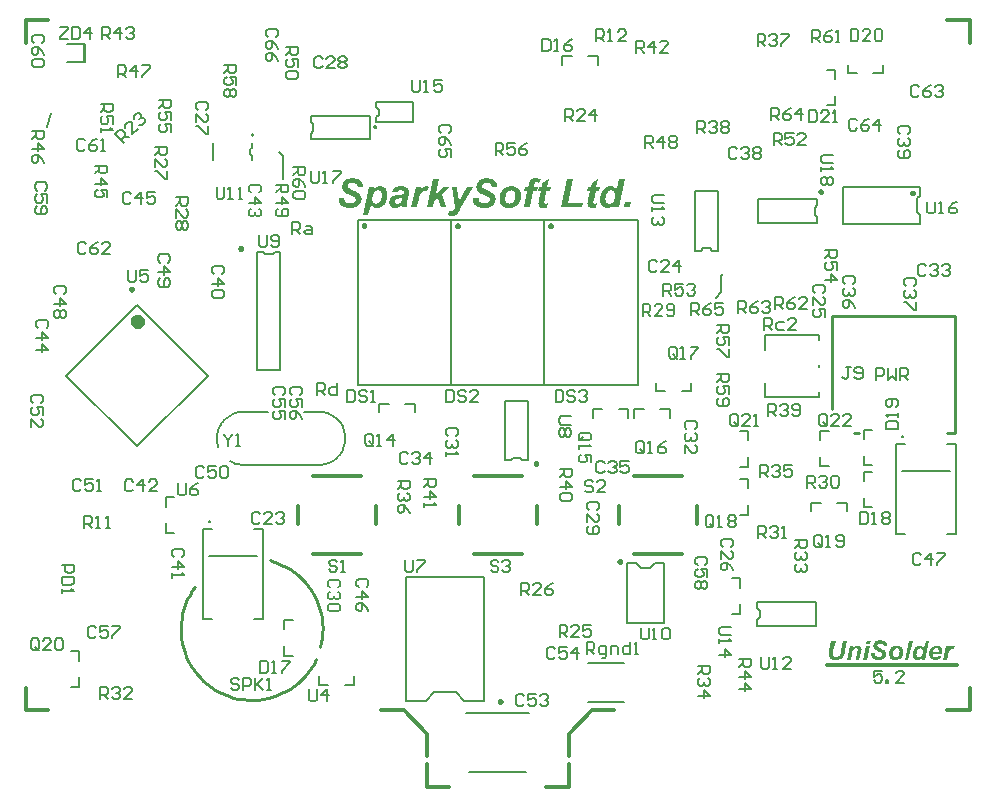
<source format=gto>
%FSTAX23Y23*%
%MOIN*%
%SFA1B1*%

%IPPOS*%
%ADD37C,0.012000*%
%ADD45C,0.010000*%
%ADD70C,0.009840*%
%ADD71C,0.023620*%
%ADD72C,0.008000*%
%ADD73C,0.007870*%
%LNunisolder52_front-1*%
%LPD*%
G36*
X01241Y-01078D02*
X01229D01*
X01231Y-01067*
X01244*
X01241Y-01078*
G37*
G36*
X01277Y-01066D02*
X01278Y-01066D01*
X01279Y-01066*
X0128Y-01066*
X01281Y-01067*
X01284Y-01067*
X01286Y-01068*
X01287Y-01068*
X01289Y-01069*
X0129Y-0107*
X01291Y-0107*
X01293Y-01071*
X01293Y-01071*
X01293Y-01072*
X01293Y-01072*
X01294Y-01072*
X01294Y-01073*
X01295Y-01073*
X01295Y-01074*
X01296Y-01075*
X01296Y-01076*
X01297Y-01077*
X01297Y-01078*
X01298Y-01079*
X01298Y-01081*
X01299Y-01082*
X01299Y-01084*
X01299Y-01085*
X01287Y-01086*
Y-01086*
Y-01086*
X01287Y-01085*
Y-01085*
X01286Y-01084*
X01286Y-01083*
X01286Y-01082*
X01285Y-01081*
X01284Y-0108*
X01283Y-01079*
X01283Y-01079*
X01283Y-01078*
X01282Y-01078*
X01281Y-01078*
X0128Y-01077*
X01279Y-01077*
X01277Y-01076*
X01275Y-01076*
X01274*
X01273Y-01076*
X01272Y-01077*
X01271Y-01077*
X01269Y-01077*
X01268Y-01078*
X01267Y-01078*
X01267Y-01078*
X01267Y-01079*
X01266Y-01079*
X01266Y-0108*
X01266Y-0108*
X01265Y-01081*
X01265Y-01082*
X01265Y-01083*
Y-01083*
Y-01084*
X01265Y-01084*
X01265Y-01085*
X01265Y-01085*
X01266Y-01086*
X01266Y-01087*
X01267Y-01088*
X01267Y-01088*
X01267Y-01088*
X01268Y-01088*
X01268Y-01089*
X01269Y-01089*
X0127Y-01089*
X0127Y-0109*
X01271Y-0109*
X01272Y-01091*
X01273Y-01091*
X01274Y-01092*
X01275Y-01092*
X01276Y-01093*
X01277Y-01093*
X01277Y-01093*
X01278Y-01093*
X01278Y-01094*
X01279Y-01094*
X0128Y-01094*
X01281Y-01095*
X01282Y-01095*
X01285Y-01097*
X01287Y-01098*
X01288Y-01099*
X01289Y-01099*
X0129Y-011*
X01291Y-011*
X01291Y-01101*
X01291Y-01101*
X01291Y-01101*
X01291Y-01101*
X01292Y-01102*
X01292Y-01102*
X01292Y-01103*
X01293Y-01104*
X01294Y-01105*
X01294Y-01107*
X01295Y-01109*
X01295Y-01111*
X01295Y-01112*
Y-01112*
Y-01112*
X01295Y-01113*
Y-01113*
X01295Y-01114*
X01295Y-01115*
X01295Y-01116*
X01294Y-01117*
X01294Y-01118*
X01293Y-01119*
X01293Y-0112*
X01292Y-01121*
X01292Y-01123*
X01291Y-01124*
X0129Y-01125*
X01288Y-01126*
X01288Y-01126*
X01288Y-01127*
X01288Y-01127*
X01287Y-01127*
X01286Y-01128*
X01286Y-01128*
X01285Y-01129*
X01284Y-01129*
X01282Y-0113*
X01281Y-0113*
X01279Y-01131*
X01278Y-01131*
X01276Y-01132*
X01274Y-01132*
X01272Y-01132*
X0127Y-01132*
X01269*
X01268Y-01132*
X01268*
X01267Y-01132*
X01266Y-01132*
X01265Y-01132*
X01263Y-01132*
X0126Y-01131*
X01258Y-0113*
X01255Y-0113*
X01255*
X01255Y-01129*
X01255Y-01129*
X01254Y-01129*
X01254Y-01129*
X01253Y-01128*
X01252Y-01128*
X01251Y-01126*
X01249Y-01125*
X01248Y-01124*
X01247Y-01123*
X01247Y-01122*
Y-01122*
X01247Y-01122*
X01247Y-01121*
X01246Y-01121*
X01246Y-01121*
X01246Y-0112*
X01246Y-01119*
X01246Y-01119*
X01245Y-01117*
X01245Y-01115*
X01245Y-01113*
Y-0111*
X01257Y-0111*
Y-0111*
Y-0111*
Y-0111*
X01257Y-01111*
X01257Y-01112*
X01257Y-01113*
X01258Y-01114*
X01258Y-01116*
X01259Y-01117*
X01259Y-01118*
X01259Y-01118*
X01259Y-01118*
X0126Y-01118*
X0126Y-01119*
X0126Y-01119*
X01261Y-01119*
X01262Y-0112*
X01262Y-0112*
X01263Y-0112*
X01264Y-01121*
X01265Y-01121*
X01266Y-01121*
X01267Y-01121*
X01268Y-01121*
X01271*
X01271Y-01121*
X01272*
X01273Y-01121*
X01275Y-01121*
X01277Y-0112*
X01278Y-0112*
X01279Y-01119*
X01279Y-01119*
X01279Y-01119*
X0128Y-01119*
X0128Y-01118*
X01281Y-01117*
X01281Y-01117*
X01282Y-01116*
X01282Y-01115*
X01282Y-01113*
Y-01113*
Y-01113*
X01282Y-01112*
X01282Y-01112*
X01282Y-01111*
X01281Y-0111*
X01281Y-01109*
X0128Y-01109*
X0128Y-01108*
X01279Y-01108*
X01279Y-01108*
X01278Y-01108*
X01278Y-01107*
X01277Y-01107*
X01277Y-01107*
X01276Y-01106*
X01275Y-01106*
X01274Y-01106*
X01273Y-01105*
X01272Y-01104*
X01271Y-01104*
X0127*
X0127Y-01104*
X0127Y-01104*
X01269Y-01103*
X01269Y-01103*
X01268Y-01103*
X01266Y-01102*
X01265Y-01101*
X01263Y-011*
X01261Y-01099*
X0126Y-01099*
X0126Y-01098*
X01259Y-01098*
X01259Y-01098*
X01258Y-01098*
X01258Y-01097*
X01257Y-01096*
X01256Y-01095*
X01255Y-01094*
X01254Y-01093*
X01254Y-01093*
X01254Y-01092*
X01254Y-01092*
X01253Y-01091*
X01253Y-01089*
X01253Y-01088*
X01252Y-01086*
X01252Y-01085*
Y-01085*
Y-01084*
Y-01084*
X01252Y-01083*
X01252Y-01083*
X01253Y-01082*
X01253Y-01081*
X01253Y-0108*
X01253Y-01079*
X01254Y-01078*
X01254Y-01077*
X01255Y-01076*
X01255Y-01075*
X01256Y-01073*
X01257Y-01072*
X01258Y-01071*
X01258Y-01071*
X01258Y-01071*
X01259Y-01071*
X01259Y-0107*
X0126Y-0107*
X01261Y-0107*
X01261Y-01069*
X01262Y-01069*
X01264Y-01068*
X01265Y-01068*
X01266Y-01067*
X01268Y-01067*
X01269Y-01066*
X01271Y-01066*
X01273Y-01066*
X01275Y-01066*
X01276*
X01277Y-01066*
G37*
G36*
X01201Y-01084D02*
X01202D01*
X01202Y-01084*
X01203Y-01084*
X01205Y-01084*
X01206Y-01085*
X01208Y-01086*
X01209Y-01087*
X01209Y-01087*
X0121Y-01087*
X0121Y-01088*
X01211Y-01089*
X01211Y-0109*
X01212Y-01092*
X01212Y-01094*
X01213Y-01096*
Y-01096*
Y-01096*
X01212Y-01097*
X01212Y-01098*
X01212Y-01098*
X01212Y-01099*
X01212Y-011*
X01212Y-01101*
X01212Y-01102*
X01211Y-01103*
X01211Y-01104*
X01211Y-01105*
X01205Y-01131*
X01193*
X01199Y-01105*
Y-01105*
X01199Y-01105*
Y-01104*
X01199Y-01104*
X01199Y-01103*
X01199Y-01102*
X01199Y-01101*
X012Y-01099*
X012Y-01098*
X012Y-01098*
Y-01098*
Y-01098*
Y-01097*
X012Y-01097*
X012Y-01096*
X01199Y-01096*
X01199Y-01095*
X01199Y-01095*
X01198Y-01094*
X01198Y-01094*
X01198Y-01094*
X01198Y-01094*
X01197Y-01093*
X01197Y-01093*
X01196Y-01093*
X01195Y-01093*
X01194Y-01093*
X01194*
X01193Y-01093*
X01193Y-01093*
X01192Y-01093*
X01191Y-01094*
X01189Y-01094*
X01188Y-01095*
X01188Y-01095*
X01188Y-01095*
X01187Y-01096*
X01186Y-01097*
X01185Y-01097*
X01184Y-01098*
X01184Y-011*
X01183Y-01101*
X01183Y-01101*
X01183Y-01102*
X01182Y-01102*
X01182Y-01102*
X01182Y-01103*
X01182Y-01103*
X01182Y-01104*
X01181Y-01105*
X01181Y-01106*
X01181Y-01107*
X01181Y-01108*
X0118Y-01109*
X0118Y-01111*
X0118Y-01112*
X01176Y-01131*
X01163*
X01173Y-01085*
X01185*
X01184Y-01091*
X01184Y-01091*
X01184Y-01091*
X01184Y-0109*
X01184Y-0109*
X01185Y-01089*
X01186Y-01089*
X01188Y-01088*
X01189Y-01087*
X0119Y-01086*
X01192Y-01085*
X01192*
X01192Y-01085*
X01193Y-01085*
X01193Y-01085*
X01194Y-01084*
X01196Y-01084*
X01197Y-01084*
X01199Y-01084*
X012Y-01084*
X01201*
X01201Y-01084*
G37*
G36*
X00048Y00448D02*
X00049Y00448D01*
X00051Y00447*
X00052Y00447*
X00054Y00447*
X00056Y00446*
X00058Y00446*
X0006Y00445*
X00062Y00444*
X00064Y00443*
X00066Y00442*
X00068Y00441*
X00069Y00439*
X00069Y00439*
X0007Y00439*
X0007Y00438*
X00071Y00438*
X00071Y00437*
X00072Y00436*
X00073Y00435*
X00074Y00433*
X00074Y00432*
X00075Y0043*
X00076Y00428*
X00077Y00426*
X00077Y00424*
X00078Y00422*
X00078Y00419*
X00078Y00416*
Y00416*
Y00416*
X00078Y00415*
Y00414*
X00078Y00412*
X00077Y0041*
X00077Y00408*
X00077Y00406*
X00076Y00404*
X00075Y00402*
X00074Y00399*
X00073Y00397*
X00072Y00394*
X00071Y00392*
X00069Y00389*
X00067Y00387*
X00067Y00387*
X00067Y00387*
X00066Y00386*
X00065Y00385*
X00064Y00384*
X00063Y00383*
X00061Y00382*
X00059Y00381*
X00057Y0038*
X00055Y00379*
X00053Y00378*
X0005Y00377*
X00048Y00376*
X00045Y00375*
X00041Y00375*
X00038Y00375*
X00037*
X00036Y00375*
X00036*
X00035Y00375*
X00032Y00375*
X0003Y00376*
X00027Y00376*
X00024Y00377*
X00021Y00379*
X00021*
X0002Y00379*
X0002Y00379*
X00019Y00379*
X00018Y0038*
X00016Y00382*
X00015Y00383*
X00013Y00385*
X00011Y00387*
X00009Y0039*
Y0039*
X00009Y0039*
X00009Y00391*
X00009Y00391*
X00008Y00392*
X00008Y00393*
X00008Y00394*
X00007Y00397*
X00006Y00399*
X00006Y00402*
X00006Y00405*
Y00406*
Y00406*
X00006Y00407*
Y00409*
X00006Y0041*
X00006Y00412*
X00007Y00414*
X00007Y00417*
X00008Y00419*
X00008Y00421*
X00009Y00424*
X0001Y00427*
X00012Y00429*
X00013Y00432*
X00015Y00434*
X00017Y00436*
X00017Y00436*
X00017Y00437*
X00018Y00437*
X00019Y00438*
X0002Y00439*
X00021Y0044*
X00022Y00441*
X00024Y00442*
X00026Y00443*
X00028Y00444*
X00031Y00445*
X00033Y00446*
X00036Y00447*
X00039Y00447*
X00042Y00448*
X00045Y00448*
X00047*
X00048Y00448*
G37*
G36*
X-0032D02*
X-00319D01*
X-00317Y00448*
X-00316Y00447*
X-00314Y00447*
X-00311Y00447*
X-00308Y00446*
X-00305Y00444*
X-00303Y00443*
X-00302Y00442*
X-00302*
X-00302Y00442*
X-00301Y00441*
X-003Y0044*
X-00299Y00439*
X-00298Y00437*
X-00297Y00435*
X-00296Y00432*
X-00296Y00431*
X-00296Y00429*
Y00429*
Y00429*
Y00428*
X-00296Y00427*
Y00426*
X-00296Y00425*
X-00296Y00422*
Y00422*
X-00296Y00422*
Y00422*
X-00296Y00421*
X-00297Y00421*
X-00297Y0042*
X-00297Y00419*
X-00297Y00418*
X-00297Y00416*
X-00298Y00415*
X-00298Y00413*
X-00298Y00411*
X-00299Y00409*
X-00299Y00407*
X-003Y00404*
Y00404*
X-003Y00403*
X-003Y00403*
X-003Y00402*
X-00301Y00401*
X-00301Y004*
X-00301Y00397*
X-00302Y00394*
X-00302Y00391*
X-00303Y00389*
X-00303Y00387*
Y00386*
Y00386*
Y00386*
X-00303Y00385*
X-00303Y00384*
X-00302Y00382*
X-00302Y0038*
X-00302Y00379*
X-00301Y00377*
X-0032*
Y00377*
X-0032Y00377*
X-0032Y00378*
X-0032Y00379*
X-0032Y0038*
X-00321Y00381*
X-00321Y00384*
X-00321Y00384*
X-00322Y00384*
X-00323Y00383*
X-00324Y00382*
X-00325Y00381*
X-00327Y00379*
X-00329Y00378*
X-00331Y00377*
X-00331Y00377*
X-00331Y00377*
X-00333Y00377*
X-00334Y00376*
X-00336Y00376*
X-00337Y00375*
X-00339Y00375*
X-00341Y00375*
X-00342*
X-00343Y00375*
X-00343*
X-00344Y00375*
X-00346Y00376*
X-00349Y00376*
X-00351Y00377*
X-00353Y00379*
X-00354Y00379*
X-00356Y0038*
Y00381*
X-00356Y00381*
X-00356Y00381*
X-00356Y00381*
X-00357Y00383*
X-00358Y00384*
X-00359Y00387*
X-0036Y00389*
X-00361Y00392*
X-00361Y00393*
X-00361Y00395*
Y00395*
Y00396*
Y00396*
X-00361Y00397*
X-00361Y00398*
X-00361Y00399*
X-0036Y00401*
X-0036Y00403*
X-00359Y00406*
X-00358Y00407*
X-00357Y00409*
X-00356Y0041*
X-00355Y00411*
X-00355Y00411*
X-00355Y00411*
X-00354Y00412*
X-00354Y00412*
X-00353Y00412*
X-00352Y00413*
X-00351Y00414*
X-0035Y00414*
X-00349Y00415*
X-00347Y00415*
X-00345Y00416*
X-00343Y00417*
X-00341Y00417*
X-00338Y00418*
X-00336Y00418*
X-00333Y00418*
X-00332*
X-00332Y00418*
X-00331Y00419*
X-0033Y00419*
X-00328Y00419*
X-00326Y00419*
X-00323Y00419*
X-0032Y0042*
X-00318Y0042*
X-00317Y0042*
X-00316Y00421*
X-00315Y00421*
Y00421*
X-00315Y00422*
X-00315Y00422*
X-00314Y00423*
X-00314Y00425*
X-00314Y00426*
Y00427*
Y00427*
Y00428*
X-00314Y00428*
X-00314Y00429*
X-00314Y0043*
X-00315Y00431*
X-00315Y00432*
X-00316Y00432*
X-00316Y00432*
X-00317Y00433*
X-00317Y00433*
X-00318Y00433*
X-00319Y00434*
X-0032Y00434*
X-00322Y00434*
X-00323Y00434*
X-00324*
X-00325Y00434*
X-00326Y00434*
X-00328Y00434*
X-00329Y00434*
X-0033Y00433*
X-00331Y00432*
X-00332Y00432*
X-00332Y00432*
X-00332Y00431*
X-00333Y00431*
X-00334Y0043*
X-00334Y00429*
X-00335Y00428*
X-00335Y00427*
X-00354Y00428*
Y00428*
X-00354Y00429*
X-00353Y00429*
X-00353Y0043*
X-00353Y0043*
X-00352Y00431*
X-00351Y00433*
X-0035Y00436*
X-00348Y00438*
X-00346Y00441*
X-00343Y00443*
X-00343Y00443*
X-00342Y00443*
X-00342Y00443*
X-00341Y00444*
X-00341Y00444*
X-0034Y00444*
X-00339Y00445*
X-00337Y00445*
X-00336Y00446*
X-00334Y00446*
X-00333Y00447*
X-00331Y00447*
X-00329Y00447*
X-00327Y00448*
X-00324Y00448*
X-00321*
X-0032Y00448*
G37*
G36*
X00329Y00446D02*
X00341D01*
X00338Y00432*
X00326*
X0032Y00403*
Y00403*
X0032Y00403*
Y00402*
X0032Y00402*
X0032Y004*
X00319Y00399*
X00319Y00397*
X00319Y00396*
X00319Y00395*
X00319Y00394*
Y00394*
Y00394*
Y00394*
X00319Y00393*
Y00393*
X00319Y00392*
X00319Y00391*
X0032Y0039*
X0032*
X0032Y0039*
X00321Y0039*
X00321Y0039*
X00322Y0039*
X00323Y00389*
X00324Y00389*
X00326*
X00326Y00389*
X00327*
X00328Y0039*
X00329Y0039*
X00331Y0039*
X00328Y00376*
X00328*
X00327Y00376*
X00326Y00376*
X00325Y00375*
X00324Y00375*
X00322Y00375*
X0032Y00375*
X00317*
X00317Y00375*
X00316*
X00315Y00375*
X00313Y00375*
X0031Y00376*
X00308Y00376*
X00306Y00377*
X00305Y00378*
X00304Y00379*
X00304Y00379*
X00303Y00379*
X00302Y0038*
X00302Y00381*
X00301Y00383*
X003Y00385*
X003Y00387*
X00299Y00389*
Y00389*
Y0039*
X00299Y00391*
X003Y00392*
Y00392*
X003Y00393*
X003Y00394*
X003Y00396*
X003Y00397*
X00301Y00399*
X00301Y004*
X00301Y00402*
X00302Y00404*
X00308Y00432*
X00298*
X00301Y00446*
X0031*
X00313Y00457*
X00334Y0047*
X00329Y00446*
G37*
G36*
X00165D02*
X00177D01*
X00174Y00432*
X00162*
X00156Y00403*
Y00403*
X00156Y00403*
Y00402*
X00156Y00402*
X00156Y004*
X00155Y00399*
X00155Y00397*
X00155Y00396*
X00155Y00395*
X00155Y00394*
Y00394*
Y00394*
Y00394*
X00155Y00393*
Y00393*
X00155Y00392*
X00155Y00391*
X00156Y0039*
X00156*
X00156Y0039*
X00157Y0039*
X00157Y0039*
X00158Y0039*
X00159Y00389*
X0016Y00389*
X00162*
X00162Y00389*
X00163*
X00164Y0039*
X00165Y0039*
X00167Y0039*
X00164Y00376*
X00164*
X00163Y00376*
X00162Y00376*
X00161Y00375*
X0016Y00375*
X00158Y00375*
X00156Y00375*
X00153*
X00153Y00375*
X00152*
X00151Y00375*
X00149Y00375*
X00146Y00376*
X00144Y00376*
X00142Y00377*
X00141Y00378*
X0014Y00379*
X0014Y00379*
X00139Y00379*
X00138Y0038*
X00138Y00381*
X00137Y00383*
X00136Y00385*
X00136Y00387*
X00135Y00389*
Y00389*
Y0039*
X00135Y00391*
X00136Y00392*
Y00392*
X00136Y00393*
X00136Y00394*
X00136Y00396*
X00136Y00397*
X00137Y00399*
X00137Y004*
X00137Y00402*
X00138Y00404*
X00144Y00432*
X00134*
X00137Y00446*
X00146*
X00149Y00457*
X0017Y0047*
X00165Y00446*
G37*
G36*
X0123Y-01131D02*
X01218D01*
X01227Y-01085*
X0124*
X0123Y-01131*
G37*
G36*
X01465Y-01084D02*
X01466Y-01084D01*
X01467Y-01084*
X01468Y-01084*
X01469Y-01084*
X01471Y-01085*
X01472Y-01085*
X01473Y-01086*
X01474Y-01086*
X01475Y-01087*
X01476Y-01088*
X01477Y-01089*
X01477Y-01089*
X01477Y-01089*
X01478Y-01089*
X01478Y-0109*
X01478Y-0109*
X01479Y-01091*
X01479Y-01092*
X0148Y-01093*
X0148Y-01094*
X01481Y-01095*
X01481Y-01096*
X01481Y-01097*
X01482Y-01099*
X01482Y-011*
X01482Y-01102*
X01482Y-01104*
Y-01104*
Y-01104*
Y-01104*
Y-01104*
X01482Y-01105*
Y-01106*
X01482Y-01108*
X01482Y-01109*
X01482Y-0111*
X01481Y-01112*
X0145*
Y-01112*
Y-01112*
X0145Y-01113*
Y-01113*
Y-01113*
Y-01113*
Y-01113*
X0145Y-01114*
X0145Y-01115*
X0145Y-01116*
X0145Y-01117*
X01451Y-01118*
X01452Y-01119*
X01452Y-0112*
X01453Y-01121*
X01453Y-01121*
X01454Y-01121*
X01454Y-01122*
X01455Y-01122*
X01456Y-01123*
X01458Y-01123*
X01459Y-01123*
X01459*
X01459Y-01123*
X0146*
X0146Y-01123*
X01461Y-01123*
X01462Y-01122*
X01463Y-01122*
X01464Y-01122*
X01465Y-01121*
X01466Y-01121*
X01466Y-0112*
X01467Y-01119*
X01468Y-01118*
X01469Y-01117*
X0148Y-01119*
Y-01119*
X0148Y-01119*
X0148Y-01119*
X01479Y-0112*
X01479Y-0112*
X01479Y-01121*
X01478Y-01123*
X01476Y-01124*
X01475Y-01126*
X01473Y-01128*
X01471Y-01129*
X01471*
X01471Y-01129*
X01471Y-01129*
X0147Y-01129*
X0147Y-0113*
X01469Y-0113*
X01468Y-0113*
X01468Y-01131*
X01466Y-01131*
X01464Y-01132*
X01461Y-01132*
X01459Y-01132*
X01458*
X01457Y-01132*
X01457Y-01132*
X01456Y-01132*
X01455Y-01132*
X01453Y-01132*
X01452Y-01131*
X01451Y-01131*
X0145Y-0113*
X01448Y-0113*
X01447Y-01129*
X01446Y-01128*
X01445Y-01127*
X01444Y-01126*
X01444Y-01126*
X01443Y-01126*
X01443Y-01126*
X01443Y-01125*
X01442Y-01125*
X01442Y-01124*
X01441Y-01123*
X01441Y-01122*
X0144Y-01121*
X0144Y-0112*
X01439Y-01119*
X01439Y-01117*
X01438Y-01116*
X01438Y-01114*
X01438Y-01112*
X01438Y-01111*
Y-01111*
Y-0111*
Y-0111*
X01438Y-01109*
X01438Y-01108*
X01438Y-01107*
X01438Y-01106*
X01438Y-01105*
X01439Y-01104*
X01439Y-01102*
X0144Y-01101*
X0144Y-01099*
X01441Y-01098*
X01441Y-01097*
X01442Y-01095*
X01443Y-01094*
X01443Y-01094*
X01443Y-01093*
X01444Y-01093*
X01444Y-01092*
X01445Y-01091*
X01446Y-0109*
X01447Y-0109*
X01448Y-01089*
X0145Y-01088*
X01451Y-01087*
X01453Y-01086*
X01455Y-01085*
X01457Y-01084*
X01459Y-01084*
X01461Y-01084*
X01464Y-01084*
X01464*
X01465Y-01084*
G37*
G36*
X01332D02*
X01333Y-01084D01*
X01334Y-01084*
X01335Y-01084*
X01336Y-01084*
X01337Y-01085*
X01339Y-01085*
X0134Y-01085*
X01341Y-01086*
X01343Y-01087*
X01344Y-01087*
X01345Y-01088*
X01346Y-01089*
X01346Y-01089*
X01346Y-0109*
X01347Y-0109*
X01347Y-0109*
X01348Y-01091*
X01348Y-01092*
X01349Y-01092*
X01349Y-01093*
X0135Y-01094*
X0135Y-01096*
X01351Y-01097*
X01351Y-01098*
X01352Y-011*
X01352Y-01101*
X01352Y-01103*
X01352Y-01105*
Y-01105*
Y-01105*
X01352Y-01106*
Y-01106*
X01352Y-01107*
X01352Y-01109*
X01351Y-0111*
X01351Y-01111*
X01351Y-01113*
X0135Y-01114*
X0135Y-01116*
X01349Y-01118*
X01348Y-01119*
X01347Y-01121*
X01346Y-01123*
X01345Y-01124*
X01345Y-01124*
X01344Y-01124*
X01344Y-01125*
X01343Y-01125*
X01343Y-01126*
X01342Y-01127*
X01341Y-01127*
X0134Y-01128*
X01338Y-01129*
X01337Y-0113*
X01335Y-0113*
X01334Y-01131*
X01332Y-01132*
X0133Y-01132*
X01328Y-01132*
X01325Y-01132*
X01325*
X01324Y-01132*
X01324*
X01323Y-01132*
X01322Y-01132*
X0132Y-01132*
X01318Y-01131*
X01316Y-01131*
X01314Y-0113*
X01314*
X01314Y-0113*
X01313Y-01129*
X01313Y-01129*
X01312Y-01129*
X01311Y-01128*
X0131Y-01127*
X01309Y-01125*
X01307Y-01124*
X01306Y-01122*
Y-01122*
X01306Y-01122*
X01306Y-01122*
X01306Y-01121*
X01306Y-01121*
X01306Y-0112*
X01305Y-01119*
X01305Y-01118*
X01304Y-01116*
X01304Y-01114*
X01304Y-01112*
Y-01112*
Y-01111*
X01304Y-01111*
Y-0111*
X01304Y-01109*
X01304Y-01107*
X01305Y-01106*
X01305Y-01104*
X01305Y-01103*
X01306Y-01101*
X01306Y-01099*
X01307Y-01098*
X01308Y-01096*
X01309Y-01094*
X0131Y-01093*
X01311Y-01091*
X01311Y-01091*
X01312Y-01091*
X01312Y-01091*
X01312Y-0109*
X01313Y-01089*
X01314Y-01089*
X01315Y-01088*
X01316Y-01087*
X01318Y-01087*
X01319Y-01086*
X01321Y-01085*
X01322Y-01085*
X01324Y-01084*
X01326Y-01084*
X01328Y-01084*
X0133Y-01084*
X01331*
X01332Y-01084*
G37*
G36*
X01369Y-01131D02*
X01357D01*
X0137Y-01067*
X01383*
X01369Y-01131*
G37*
G36*
X01424D02*
X01413D01*
X01414Y-01126*
X01413Y-01126*
X01413Y-01127*
X01412Y-01127*
X01411Y-01128*
X0141Y-01129*
X01409Y-0113*
X01408Y-0113*
X01407Y-01131*
X01407Y-01131*
X01406Y-01131*
X01406Y-01131*
X01405Y-01132*
X01404Y-01132*
X01402Y-01132*
X01401Y-01132*
X01399Y-01132*
X01399*
X01398Y-01132*
X01398Y-01132*
X01397Y-01132*
X01395Y-01132*
X01393Y-01131*
X01392Y-01131*
X01391Y-0113*
X0139Y-0113*
X01389Y-01129*
X01389Y-01128*
X01388Y-01127*
X01388Y-01127*
X01387Y-01127*
X01387Y-01127*
X01387Y-01126*
X01387Y-01126*
X01386Y-01125*
X01386Y-01125*
X01385Y-01124*
X01385Y-01123*
X01385Y-01122*
X01384Y-0112*
X01384Y-01119*
X01384Y-01118*
X01383Y-01116*
X01383Y-01115*
X01383Y-01113*
Y-01113*
Y-01112*
X01383Y-01112*
Y-01111*
X01383Y-0111*
X01384Y-01109*
X01384Y-01107*
X01384Y-01106*
X01384Y-01105*
X01385Y-01103*
X01385Y-01101*
X01386Y-011*
X01387Y-01098*
X01387Y-01096*
X01388Y-01094*
X0139Y-01093*
X0139Y-01093*
X0139Y-01092*
X0139Y-01092*
X01391Y-01091*
X01391Y-01091*
X01392Y-0109*
X01393Y-01089*
X01394Y-01088*
X01395Y-01087*
X01396Y-01086*
X01398Y-01086*
X01399Y-01085*
X01401Y-01084*
X01403Y-01084*
X01405Y-01084*
X01406Y-01084*
X01407*
X01407Y-01084*
X01408*
X01409Y-01084*
X0141Y-01084*
X01411Y-01084*
X01412Y-01084*
X01413Y-01085*
X01414Y-01085*
X01415Y-01086*
X01416Y-01087*
X01418Y-01088*
X01419Y-01089*
X0142Y-0109*
X01421Y-01091*
X01426Y-01067*
X01438*
X01424Y-01131*
G37*
G36*
X0152Y-01084D02*
X01521Y-01084D01*
X01522Y-01084*
X01523Y-01084*
X01524Y-01084*
X01525Y-01085*
X0152Y-01095*
X0152*
X0152Y-01095*
X01519Y-01095*
X01519Y-01095*
X01518Y-01095*
X01518Y-01095*
X01516Y-01095*
X01516*
X01515Y-01095*
X01514Y-01095*
X01513Y-01095*
X01512Y-01096*
X01511Y-01096*
X0151Y-01097*
X0151Y-01097*
X01509Y-01097*
X01509Y-01098*
X01508Y-01099*
X01507Y-011*
X01506Y-01101*
X01505Y-01102*
X01505Y-01104*
Y-01104*
X01504Y-01104*
X01504Y-01104*
X01504Y-01104*
X01504Y-01105*
X01504Y-01105*
X01504Y-01106*
X01503Y-01107*
X01503Y-01108*
X01503Y-01109*
X01502Y-0111*
X01502Y-01111*
X01502Y-01112*
X01501Y-01114*
X01501Y-01115*
X01501Y-01117*
X01498Y-01131*
X01485*
X01495Y-01085*
X01507*
X01505Y-01094*
X01505Y-01094*
X01505Y-01093*
X01505Y-01093*
X01506Y-01092*
X01507Y-01091*
X01507Y-0109*
X01508Y-0109*
X01509Y-01089*
X0151Y-01088*
X01511Y-01087*
X01512Y-01086*
X01514Y-01085*
X01515Y-01084*
X01516Y-01084*
X01518Y-01084*
X01519Y-01084*
X0152*
X0152Y-01084*
G37*
G36*
X01158Y-01103D02*
Y-01103D01*
X01158Y-01104*
X01158Y-01104*
X01157Y-01105*
X01157Y-01106*
X01157Y-01107*
X01157Y-01108*
X01156Y-01109*
X01155Y-01112*
X01155Y-01115*
X01153Y-01117*
X01153Y-01119*
X01152Y-0112*
Y-0112*
X01152Y-0112*
X01152Y-0112*
X01152Y-01121*
X01151Y-01121*
X01151Y-01122*
X0115Y-01123*
X01149Y-01124*
X01147Y-01126*
X01145Y-01127*
X01143Y-01129*
X01143*
X01143Y-01129*
X01142Y-01129*
X01142Y-01129*
X01141Y-0113*
X0114Y-0113*
X01139Y-0113*
X01138Y-01131*
X01137Y-01131*
X01136Y-01131*
X01135Y-01131*
X01133Y-01132*
X01132Y-01132*
X0113Y-01132*
X01129Y-01132*
X01127Y-01132*
X01126*
X01125Y-01132*
X01124Y-01132*
X01123Y-01132*
X01122Y-01132*
X0112Y-01132*
X01117Y-01131*
X01116Y-01131*
X01114Y-0113*
X01113Y-01129*
X01112Y-01129*
X0111Y-01128*
X01109Y-01127*
X01109Y-01127*
X01109Y-01127*
X01108Y-01126*
X01108Y-01126*
X01108Y-01125*
X01107Y-01125*
X01107Y-01124*
X01106Y-01123*
X01105Y-01122*
X01105Y-01121*
X01104Y-0112*
X01104Y-01119*
X01104Y-01117*
X01103Y-01116*
X01103Y-01114*
X01103Y-01113*
Y-01113*
Y-01112*
Y-01112*
X01103Y-01112*
Y-01111*
X01103Y-0111*
X01103Y-01109*
Y-01109*
X01103Y-01108*
X01104Y-01108*
X01104Y-01107*
X01104Y-01107*
X01104Y-01106*
X01104Y-01106*
X01104Y-01105*
X01104Y-01104*
X01105Y-01103*
X01105Y-01102*
X01105Y-01101*
X01112Y-01067*
X01126*
X01118Y-01102*
X01116Y-0111*
Y-01111*
Y-01111*
X01116Y-01111*
X01116Y-01111*
X01116Y-01112*
X01116Y-01113*
Y-01113*
X01116Y-01114*
X01116Y-01115*
X01116Y-01115*
X01116Y-01116*
X01117Y-01117*
X01118Y-01118*
X01119Y-01119*
X01119Y-01119*
X01119Y-01119*
X0112Y-0112*
X01121Y-0112*
X01122Y-01121*
X01124Y-01121*
X01125Y-01121*
X01127Y-01121*
X01128*
X01129Y-01121*
X0113Y-01121*
X01132Y-01121*
X01133Y-01121*
X01135Y-0112*
X01136Y-0112*
X01136Y-01119*
X01136Y-01119*
X01137Y-01119*
X01138Y-01118*
X01139Y-01117*
X0114Y-01117*
X0114Y-01115*
X01141Y-01114*
Y-01114*
X01141Y-01114*
X01141Y-01114*
X01141Y-01114*
X01142Y-01113*
X01142Y-01113*
X01142Y-01112*
X01142Y-01111*
X01143Y-01111*
X01143Y-0111*
X01143Y-01109*
X01144Y-01108*
X01144Y-01106*
X01144Y-01105*
X01145Y-01104*
X01145Y-01102*
X01152Y-01067*
X01165*
X01158Y-01103*
G37*
G36*
X00403Y00377D02*
X00385D01*
X00386Y00384*
X00386Y00384*
X00386Y00383*
X00385Y00382*
X00383Y00381*
X00382Y0038*
X0038Y00379*
X00378Y00378*
X00376Y00377*
X00376Y00377*
X00375Y00377*
X00374Y00376*
X00373Y00376*
X00371Y00375*
X0037Y00375*
X00367Y00375*
X00365Y00375*
X00364*
X00363Y00375*
X00362Y00375*
X00361Y00375*
X00359Y00376*
X00356Y00377*
X00355Y00377*
X00353Y00378*
X00352Y00379*
X0035Y0038*
X00349Y00381*
X00348Y00382*
X00347Y00382*
X00347Y00383*
X00347Y00383*
X00347Y00384*
X00346Y00384*
X00345Y00385*
X00345Y00386*
X00344Y00388*
X00344Y00389*
X00343Y00391*
X00342Y00393*
X00342Y00395*
X00342Y00397*
X00341Y00399*
X00341Y00401*
X00341Y00404*
Y00404*
Y00405*
X00341Y00406*
Y00407*
X00341Y00408*
X00341Y0041*
X00342Y00412*
X00342Y00414*
X00343Y00416*
X00343Y00419*
X00344Y00421*
X00345Y00424*
X00346Y00427*
X00347Y00429*
X00349Y00432*
X0035Y00434*
X00351Y00434*
X00351Y00435*
X00351Y00436*
X00352Y00436*
X00353Y00437*
X00354Y00439*
X00356Y0044*
X00357Y00441*
X00359Y00442*
X00361Y00444*
X00363Y00445*
X00365Y00446*
X00368Y00447*
X0037Y00447*
X00373Y00448*
X00376Y00448*
X00376*
X00377Y00448*
X00378*
X00379Y00448*
X00381Y00447*
X00382Y00447*
X00384Y00447*
X00385Y00446*
X00387Y00445*
X00389Y00444*
X00391Y00443*
X00392Y00442*
X00394Y0044*
X00396Y00439*
X00397Y00437*
X00405Y00473*
X00424*
X00403Y00377*
G37*
G36*
X-00236Y00448D02*
X-00235Y00448D01*
X-00234Y00447*
X-00232Y00447*
X-00231Y00447*
X-00229Y00446*
X-00236Y0043*
X-00236*
X-00237Y00431*
X-00237Y00431*
X-00238Y00431*
X-00239Y00431*
X-00239Y00431*
X-00242Y00431*
X-00242*
X-00243Y00431*
X-00245Y00431*
X-00246Y00431*
X-00248Y0043*
X-0025Y00429*
X-00251Y00428*
X-00252Y00428*
X-00252Y00427*
X-00253Y00426*
X-00254Y00425*
X-00256Y00424*
X-00257Y00422*
X-00258Y0042*
X-00259Y00418*
Y00418*
X-00259Y00418*
X-0026Y00417*
X-0026Y00417*
X-0026Y00416*
X-0026Y00415*
X-00261Y00414*
X-00261Y00413*
X-00262Y00412*
X-00262Y0041*
X-00262Y00409*
X-00263Y00407*
X-00263Y00405*
X-00264Y00403*
X-00264Y00401*
X-00265Y00398*
X-00269Y00377*
X-00288*
X-00274Y00446*
X-00256*
X-00259Y00433*
X-00259Y00433*
X-00258Y00433*
X-00258Y00434*
X-00257Y00435*
X-00256Y00436*
X-00255Y00438*
X-00254Y00439*
X-00253Y0044*
X-00251Y00442*
X-00249Y00443*
X-00248Y00444*
X-00246Y00446*
X-00244Y00447*
X-00242Y00447*
X-0024Y00448*
X-00238Y00448*
X-00237*
X-00236Y00448*
G37*
G36*
X-00125Y0037D02*
Y0037D01*
X-00126Y00369*
X-00126Y00369*
X-00126Y00368*
X-00127Y00367*
X-00127Y00367*
X-00128Y00365*
X-0013Y00362*
X-00131Y0036*
X-00133Y00358*
X-00133Y00357*
X-00134Y00357*
X-00134Y00356*
X-00134Y00356*
X-00135Y00355*
X-00136Y00354*
X-00137Y00353*
X-00138Y00352*
X-0014Y00351*
X-00141Y00351*
X-00141Y0035*
X-00142Y0035*
X-00143Y0035*
X-00144Y00349*
X-00146Y00349*
X-00147Y00349*
X-00149Y00348*
X-00151Y00348*
X-00152*
X-00154Y00348*
X-00155Y00349*
X-00157Y00349*
X-0016Y00349*
X-00162Y0035*
X-00165Y0035*
X-00163Y00364*
X-00163*
X-00163Y00364*
X-00162Y00364*
X-00161Y00364*
X-0016Y00364*
X-00159Y00364*
X-00157Y00363*
X-00156*
X-00156Y00364*
X-00155Y00364*
X-00154Y00364*
X-00154Y00364*
X-00153Y00365*
X-00152Y00365*
X-0015Y00366*
X-00149Y00367*
X-00148Y00368*
X-00147Y00369*
X-00146Y0037*
X-00145Y00372*
X-00143Y00374*
X-00142Y00377*
X-00154Y00446*
X-00136*
X-00131Y00411*
Y00411*
X-00131Y00411*
Y0041*
X-00131Y00409*
X-00131Y00408*
X-0013Y00407*
X-0013Y00404*
X-0013Y00401*
X-00129Y00398*
X-00129Y00396*
X-00129Y00395*
X-00129Y00394*
Y00393*
X-00129Y00393*
X-00129Y00394*
X-00128Y00395*
X-00128Y00396*
X-00128Y00397*
X-00127Y00398*
X-00126Y004*
X-00126Y00401*
X-00125Y00403*
X-00123Y00407*
X-00121Y00411*
X-00119Y00415*
X-00102Y00446*
X-00082*
X-00125Y0037*
G37*
G36*
X-0039Y00448D02*
X-00389Y00448D01*
X-00388Y00448*
X-00386Y00447*
X-00383Y00446*
X-00382Y00445*
X-0038Y00445*
X-00379Y00444*
X-00377Y00443*
X-00376Y00442*
X-00375Y0044*
X-00375Y0044*
X-00374Y0044*
X-00374Y0044*
X-00374Y00439*
X-00373Y00438*
X-00373Y00437*
X-00372Y00436*
X-00371Y00435*
X-00371Y00433*
X-0037Y00432*
X-00369Y0043*
X-00369Y00428*
X-00369Y00425*
X-00368Y00423*
X-00368Y00421*
X-00368Y00418*
Y00418*
Y00417*
X-00368Y00416*
Y00415*
X-00368Y00413*
X-00369Y00411*
X-00369Y00409*
X-00369Y00407*
X-0037Y00404*
X-00371Y00402*
X-00372Y00399*
X-00373Y00396*
X-00374Y00394*
X-00376Y00391*
X-00377Y00388*
X-00379Y00386*
X-0038Y00386*
X-0038Y00385*
X-0038Y00385*
X-00381Y00384*
X-00382Y00383*
X-00383Y00382*
X-00385Y00381*
X-00386Y0038*
X-00388Y00379*
X-00389Y00378*
X-00391Y00377*
X-00393Y00377*
X-00396Y00376*
X-00398Y00375*
X-004Y00375*
X-00403Y00375*
X-00403*
X-00404Y00375*
X-00405*
X-00406Y00375*
X-00408Y00375*
X-00409Y00376*
X-00411Y00376*
X-00412Y00377*
X-00414Y00378*
X-00416Y00378*
X-00417Y0038*
X-00419Y00381*
X-00421Y00382*
X-00422Y00384*
X-00424Y00386*
X-00431Y0035*
X-0045*
X-0043Y00446*
X-00412*
X-00414Y00439*
X-00413*
X-00413Y00439*
X-00413Y0044*
X-00411Y00441*
X-0041Y00442*
X-00408Y00443*
X-00407Y00444*
X-00405Y00445*
X-00403Y00446*
X-00403Y00446*
X-00402Y00446*
X-00401Y00446*
X-004Y00447*
X-00398Y00447*
X-00396Y00448*
X-00394Y00448*
X-00392Y00448*
X-00391*
X-0039Y00448*
G37*
G36*
X00127Y00474D02*
X00128D01*
X00129Y00474*
X0013Y00474*
X00133Y00474*
X00136Y00473*
X00139Y00472*
X00143Y00471*
X00139Y00458*
X00139*
X00139Y00458*
X00138Y00458*
X00138Y00458*
X00137Y00459*
X00135Y00459*
X00133Y0046*
X00132Y0046*
X0013Y0046*
X00128Y0046*
X00128*
X00127Y0046*
X00126Y0046*
X00125Y0046*
X00125Y00459*
X00124Y00459*
X00123Y00458*
Y00458*
X00123Y00458*
X00123Y00457*
X00123Y00457*
X00122Y00456*
X00122Y00455*
X00121Y00453*
X00121Y00451*
X0012Y00446*
X00134*
X00131Y00432*
X00117*
X00106Y00377*
X00087*
X00098Y00432*
X00088*
X00091Y00446*
X00101*
X00103Y00453*
Y00453*
X00103Y00454*
X00103Y00454*
X00103Y00455*
X00103Y00456*
X00104Y00458*
X00104Y0046*
X00105Y00462*
X00106Y00464*
X00106Y00465*
X00106Y00465*
X00106Y00465*
X00107Y00466*
X00107Y00467*
X00108Y00468*
X00109Y00469*
X0011Y0047*
X00111Y00471*
X00113Y00472*
X00113Y00472*
X00114Y00472*
X00115Y00473*
X00116Y00473*
X00118Y00474*
X0012Y00474*
X00122Y00474*
X00124Y00474*
X00126*
X00127Y00474*
G37*
G36*
X-00034D02*
X-00033Y00474D01*
X-00031Y00474*
X-00029Y00474*
X-00027Y00473*
X-00023Y00472*
X-00021Y00472*
X-00019Y00471*
X-00016Y0047*
X-00014Y00469*
X-00012Y00468*
X-00011Y00466*
X-0001Y00466*
X-0001Y00466*
X-0001Y00466*
X-00009Y00465*
X-00008Y00464*
X-00008Y00463*
X-00007Y00462*
X-00006Y00461*
X-00005Y00459*
X-00004Y00458*
X-00003Y00456*
X-00002Y00454*
X-00002Y00452*
X-00001Y0045*
X-00001Y00448*
X0Y00445*
X-00019Y00445*
Y00445*
Y00445*
X-00019Y00445*
Y00446*
X-0002Y00447*
X-0002Y00448*
X-00021Y0045*
X-00022Y00452*
X-00023Y00454*
X-00024Y00455*
X-00025Y00455*
X-00025Y00456*
X-00026Y00456*
X-00027Y00457*
X-00029Y00458*
X-00031Y00458*
X-00034Y00459*
X-00037Y00459*
X-00038*
X-0004Y00459*
X-00041Y00458*
X-00043Y00458*
X-00045Y00458*
X-00047Y00457*
X-00049Y00456*
X-00049Y00456*
X-00049Y00455*
X-0005Y00455*
X-0005Y00454*
X-00051Y00453*
X-00052Y00452*
X-00052Y0045*
X-00052Y00449*
Y00448*
Y00448*
X-00052Y00447*
X-00052Y00446*
X-00051Y00445*
X-00051Y00444*
X-0005Y00443*
X-00049Y00442*
X-00049Y00442*
X-00048Y00441*
X-00047Y00441*
X-00047Y0044*
X-00046Y0044*
X-00045Y00439*
X-00044Y00439*
X-00043Y00438*
X-00042Y00437*
X-0004Y00437*
X-00038Y00436*
X-00037Y00435*
X-00035Y00434*
X-00034Y00434*
X-00034Y00434*
X-00033Y00433*
X-00032Y00433*
X-00031Y00432*
X-00029Y00432*
X-00028Y00431*
X-00026Y0043*
X-00022Y00428*
X-00019Y00426*
X-00017Y00425*
X-00016Y00424*
X-00015Y00423*
X-00014Y00423*
X-00013Y00422*
X-00013Y00422*
X-00013Y00422*
X-00012Y00421*
X-00012Y00421*
X-00011Y0042*
X-00011Y00419*
X-0001Y00418*
X-00009Y00416*
X-00008Y00413*
X-00007Y00409*
X-00007Y00407*
X-00007Y00406*
Y00405*
Y00405*
X-00007Y00404*
Y00403*
X-00007Y00402*
X-00007Y00401*
X-00008Y004*
X-00008Y00398*
X-00008Y00396*
X-00009Y00395*
X-0001Y00393*
X-00011Y00391*
X-00012Y00389*
X-00013Y00387*
X-00015Y00386*
X-00017Y00384*
X-00017Y00384*
X-00017Y00383*
X-00018Y00383*
X-00019Y00382*
X-0002Y00382*
X-00021Y00381*
X-00022Y0038*
X-00024Y00379*
X-00026Y00378*
X-00028Y00378*
X-0003Y00377*
X-00033Y00376*
X-00036Y00376*
X-00038Y00375*
X-00042Y00375*
X-00045Y00375*
X-00046*
X-00047Y00375*
X-00048*
X-00049Y00375*
X-00051Y00375*
X-00052Y00375*
X-00055Y00376*
X-00059Y00377*
X-00063Y00378*
X-00066Y00379*
X-00066*
X-00067Y00379*
X-00067Y00379*
X-00068Y0038*
X-00069Y0038*
X-00069Y00381*
X-00071Y00382*
X-00073Y00384*
X-00076Y00386*
X-00078Y00388*
X-00078Y00389*
X-00079Y0039*
Y00391*
X-00079Y00391*
X-0008Y00391*
X-0008Y00392*
X-0008Y00392*
X-0008Y00393*
X-00081Y00394*
X-00081Y00395*
X-00082Y00398*
X-00082Y00401*
X-00083Y00404*
Y00408*
X-00064Y00409*
Y00408*
Y00408*
Y00408*
X-00064Y00407*
X-00063Y00406*
X-00063Y00404*
X-00063Y00402*
X-00062Y004*
X-00062Y00398*
X-00061Y00397*
X-00061Y00396*
X-0006Y00396*
X-0006Y00396*
X-00059Y00395*
X-00059Y00395*
X-00058Y00394*
X-00057Y00394*
X-00056Y00393*
X-00055Y00393*
X-00054Y00392*
X-00052Y00392*
X-0005Y00392*
X-00049Y00392*
X-00047Y00391*
X-00043*
X-00042Y00391*
X-00041*
X-00039Y00392*
X-00037Y00392*
X-00035Y00393*
X-00032Y00394*
X-00031Y00394*
X-00031Y00395*
X-0003Y00395*
X-0003Y00395*
X-00029Y00396*
X-00028Y00397*
X-00028Y00398*
X-00027Y004*
X-00026Y00401*
X-00026Y00403*
Y00403*
Y00404*
X-00026Y00405*
X-00027Y00406*
X-00027Y00407*
X-00028Y00408*
X-00029Y00409*
X-0003Y0041*
X-0003Y00411*
X-0003Y00411*
X-00031Y00411*
X-00032Y00412*
X-00032Y00412*
X-00033Y00413*
X-00034Y00413*
X-00035Y00414*
X-00037Y00414*
X-00038Y00415*
X-0004Y00416*
X-00042Y00417*
X-00044Y00417*
X-00044*
X-00044Y00418*
X-00045Y00418*
X-00045Y00418*
X-00046Y00419*
X-00047Y00419*
X-0005Y0042*
X-00052Y00422*
X-00055Y00423*
X-00058Y00424*
X-00059Y00425*
X-0006Y00426*
X-0006Y00426*
X-00061Y00426*
X-00062Y00427*
X-00063Y00428*
X-00064Y00429*
X-00066Y0043*
X-00067Y00432*
X-00068Y00434*
X-00068Y00434*
X-00069Y00435*
X-00069Y00436*
X-00069Y00437*
X-0007Y00439*
X-0007Y00441*
X-00071Y00444*
X-00071Y00446*
Y00446*
Y00447*
Y00447*
X-00071Y00448*
X-00071Y00449*
X-0007Y0045*
X-0007Y00452*
X-0007Y00453*
X-00069Y00455*
X-00069Y00456*
X-00068Y00458*
X-00067Y0046*
X-00066Y00461*
X-00065Y00463*
X-00064Y00465*
X-00062Y00466*
X-00062Y00466*
X-00062Y00467*
X-00061Y00467*
X-00061Y00468*
X-0006Y00468*
X-00059Y00469*
X-00057Y0047*
X-00056Y0047*
X-00054Y00471*
X-00052Y00472*
X-0005Y00473*
X-00048Y00473*
X-00045Y00474*
X-00043Y00474*
X-0004Y00474*
X-00037Y00474*
X-00035*
X-00034Y00474*
G37*
G36*
X-00482D02*
X-0048Y00474D01*
X-00479Y00474*
X-00477Y00474*
X-00475Y00473*
X-00471Y00472*
X-00468Y00472*
X-00466Y00471*
X-00464Y0047*
X-00462Y00469*
X-0046Y00468*
X-00458Y00466*
X-00458Y00466*
X-00458Y00466*
X-00457Y00466*
X-00457Y00465*
X-00456Y00464*
X-00455Y00463*
X-00454Y00462*
X-00453Y00461*
X-00453Y00459*
X-00452Y00458*
X-00451Y00456*
X-0045Y00454*
X-00449Y00452*
X-00449Y0045*
X-00448Y00448*
X-00448Y00445*
X-00467Y00445*
Y00445*
Y00445*
X-00467Y00445*
Y00446*
X-00467Y00447*
X-00468Y00448*
X-00468Y0045*
X-00469Y00452*
X-0047Y00454*
X-00472Y00455*
X-00472Y00455*
X-00473Y00456*
X-00474Y00456*
X-00475Y00457*
X-00477Y00458*
X-00479Y00458*
X-00482Y00459*
X-00485Y00459*
X-00486*
X-00487Y00459*
X-00489Y00458*
X-00491Y00458*
X-00493Y00458*
X-00495Y00457*
X-00496Y00456*
X-00496Y00456*
X-00497Y00455*
X-00497Y00455*
X-00498Y00454*
X-00499Y00453*
X-00499Y00452*
X-005Y0045*
X-005Y00449*
Y00448*
Y00448*
X-005Y00447*
X-00499Y00446*
X-00499Y00445*
X-00498Y00444*
X-00498Y00443*
X-00497Y00442*
X-00496Y00442*
X-00496Y00441*
X-00495Y00441*
X-00494Y0044*
X-00494Y0044*
X-00493Y00439*
X-00492Y00439*
X-0049Y00438*
X-00489Y00437*
X-00488Y00437*
X-00486Y00436*
X-00484Y00435*
X-00482Y00434*
X-00482Y00434*
X-00482Y00434*
X-00481Y00433*
X-0048Y00433*
X-00478Y00432*
X-00477Y00432*
X-00475Y00431*
X-00473Y0043*
X-0047Y00428*
X-00466Y00426*
X-00465Y00425*
X-00463Y00424*
X-00462Y00423*
X-00461Y00423*
X-00461Y00422*
X-00461Y00422*
X-00461Y00422*
X-0046Y00421*
X-0046Y00421*
X-00459Y0042*
X-00458Y00419*
X-00458Y00418*
X-00456Y00416*
X-00455Y00413*
X-00455Y00409*
X-00454Y00407*
X-00454Y00406*
Y00405*
Y00405*
X-00454Y00404*
Y00403*
X-00455Y00402*
X-00455Y00401*
X-00455Y004*
X-00456Y00398*
X-00456Y00396*
X-00457Y00395*
X-00458Y00393*
X-00459Y00391*
X-0046Y00389*
X-00461Y00387*
X-00463Y00386*
X-00464Y00384*
X-00465Y00384*
X-00465Y00383*
X-00465Y00383*
X-00466Y00382*
X-00467Y00382*
X-00469Y00381*
X-0047Y0038*
X-00472Y00379*
X-00474Y00378*
X-00476Y00378*
X-00478Y00377*
X-00481Y00376*
X-00483Y00376*
X-00486Y00375*
X-00489Y00375*
X-00492Y00375*
X-00494*
X-00495Y00375*
X-00496*
X-00497Y00375*
X-00498Y00375*
X-005Y00375*
X-00503Y00376*
X-00507Y00377*
X-0051Y00378*
X-00514Y00379*
X-00514*
X-00514Y00379*
X-00515Y00379*
X-00515Y0038*
X-00516Y0038*
X-00517Y00381*
X-00519Y00382*
X-00521Y00384*
X-00523Y00386*
X-00525Y00388*
X-00526Y00389*
X-00527Y0039*
Y00391*
X-00527Y00391*
X-00527Y00391*
X-00527Y00392*
X-00528Y00392*
X-00528Y00393*
X-00528Y00394*
X-00529Y00395*
X-00529Y00398*
X-0053Y00401*
X-0053Y00404*
Y00408*
X-00511Y00409*
Y00408*
Y00408*
Y00408*
X-00511Y00407*
X-00511Y00406*
X-00511Y00404*
X-0051Y00402*
X-0051Y004*
X-00509Y00398*
X-00509Y00397*
X-00508Y00396*
X-00508Y00396*
X-00507Y00396*
X-00507Y00395*
X-00506Y00395*
X-00506Y00394*
X-00505Y00394*
X-00504Y00393*
X-00502Y00393*
X-00501Y00392*
X-005Y00392*
X-00498Y00392*
X-00496Y00392*
X-00494Y00391*
X-00491*
X-0049Y00391*
X-00489*
X-00487Y00392*
X-00485Y00392*
X-00482Y00393*
X-0048Y00394*
X-00479Y00394*
X-00478Y00395*
X-00478Y00395*
X-00477Y00395*
X-00477Y00396*
X-00476Y00397*
X-00475Y00398*
X-00474Y004*
X-00474Y00401*
X-00474Y00403*
Y00403*
Y00404*
X-00474Y00405*
X-00474Y00406*
X-00475Y00407*
X-00475Y00408*
X-00476Y00409*
X-00477Y0041*
X-00478Y00411*
X-00478Y00411*
X-00479Y00411*
X-00479Y00412*
X-0048Y00412*
X-00481Y00413*
X-00482Y00413*
X-00483Y00414*
X-00484Y00414*
X-00486Y00415*
X-00487Y00416*
X-00489Y00417*
X-00491Y00417*
X-00491*
X-00492Y00418*
X-00492Y00418*
X-00493Y00418*
X-00494Y00419*
X-00495Y00419*
X-00497Y0042*
X-005Y00422*
X-00503Y00423*
X-00505Y00424*
X-00507Y00425*
X-00508Y00426*
X-00508Y00426*
X-00508Y00426*
X-00509Y00427*
X-0051Y00428*
X-00512Y00429*
X-00513Y0043*
X-00514Y00432*
X-00516Y00434*
X-00516Y00434*
X-00516Y00435*
X-00517Y00436*
X-00517Y00437*
X-00518Y00439*
X-00518Y00441*
X-00518Y00444*
X-00519Y00446*
Y00446*
Y00447*
Y00447*
X-00518Y00448*
X-00518Y00449*
X-00518Y0045*
X-00518Y00452*
X-00517Y00453*
X-00517Y00455*
X-00516Y00456*
X-00516Y00458*
X-00515Y0046*
X-00514Y00461*
X-00513Y00463*
X-00511Y00465*
X-0051Y00466*
X-0051Y00466*
X-00509Y00467*
X-00509Y00467*
X-00508Y00468*
X-00507Y00468*
X-00506Y00469*
X-00505Y0047*
X-00503Y0047*
X-00502Y00471*
X-005Y00472*
X-00498Y00473*
X-00495Y00473*
X-00493Y00474*
X-0049Y00474*
X-00487Y00474*
X-00484Y00474*
X-00483*
X-00482Y00474*
G37*
G36*
X0044Y00377D02*
X00421D01*
X00425Y00395*
X00443*
X0044Y00377*
G37*
G36*
X00235Y00393D02*
X00284D01*
X00281Y00377*
X00212*
X00232Y00473*
X00252*
X00235Y00393*
G37*
G36*
X-00207Y00422D02*
X-00182Y00446D01*
X-00158*
X-00186Y00421*
X-00171Y00377*
X-0019*
X-00199Y00409*
X-00212Y00397*
X-00217Y00377*
X-00235*
X-00215Y00473*
X-00196*
X-00207Y00422*
G37*
%LNunisolder52_front-2*%
%LPC*%
G36*
X01408Y-01093D02*
X01408D01*
X01407Y-01093*
X01407Y-01093*
X01406Y-01093*
X01405Y-01094*
X01404Y-01094*
X01403Y-01094*
X01403Y-01095*
X01402Y-01095*
X01401Y-01096*
X014Y-01097*
X014Y-01098*
X01399Y-01099*
Y-01099*
X01399Y-01099*
X01399Y-011*
X01398Y-011*
X01398Y-01101*
X01398Y-01101*
X01398Y-01102*
X01397Y-01103*
X01397Y-01104*
X01397Y-01105*
X01396Y-01107*
X01396Y-0111*
X01395Y-01111*
X01395Y-01112*
Y-01112*
Y-01113*
Y-01113*
X01395Y-01113*
X01396Y-01114*
X01396Y-01115*
X01396Y-01116*
X01396Y-01118*
X01397Y-01119*
X01398Y-0112*
X01398Y-0112*
X01398Y-01121*
X01399Y-01121*
X014Y-01121*
X01401Y-01122*
X01402Y-01122*
X01403Y-01123*
X01404Y-01123*
X01405*
X01405Y-01123*
X01406Y-01123*
X01407Y-01122*
X01408Y-01122*
X01409Y-01121*
X01411Y-01121*
X01411Y-0112*
X01411Y-0112*
X01412Y-0112*
X01412Y-01119*
X01413Y-01118*
X01414Y-01117*
X01415Y-01115*
X01415Y-01113*
Y-01113*
X01415Y-01113*
X01416Y-01113*
X01416Y-01113*
X01416Y-01112*
X01416Y-0111*
X01417Y-01109*
X01417Y-01107*
X01417Y-01106*
X01417Y-01104*
Y-01104*
Y-01104*
Y-01104*
Y-01103*
X01417Y-01102*
X01417Y-01101*
X01417Y-011*
X01416Y-01099*
X01415Y-01097*
X01414Y-01096*
X01414Y-01096*
X01414Y-01095*
X01413Y-01095*
X01413Y-01094*
X01412Y-01094*
X01411Y-01093*
X01409Y-01093*
X01408Y-01093*
G37*
G36*
X-004Y00434D02*
X-004D01*
X-00401Y00434*
X-00403Y00434*
X-00404Y00433*
X-00406Y00433*
X-00408Y00432*
X-00409Y00431*
X-0041Y0043*
X-0041Y0043*
X-00411Y00429*
X-00412Y00428*
X-00413Y00426*
X-00414Y00424*
X-00415Y00422*
X-00416Y00419*
Y00419*
X-00416Y00419*
X-00417Y00418*
X-00417Y00418*
X-00417Y00417*
X-00417Y00415*
X-00418Y00413*
X-00418Y00411*
X-00419Y00408*
X-00419Y00406*
Y00406*
Y00406*
Y00405*
X-00419Y00405*
X-00418Y00403*
X-00418Y00402*
X-00418Y00399*
X-00417Y00397*
X-00416Y00395*
X-00415Y00393*
X-00415Y00393*
X-00414Y00393*
X-00413Y00392*
X-00412Y00391*
X-00411Y0039*
X-00409Y0039*
X-00407Y00389*
X-00405Y00389*
X-00405*
X-00404Y00389*
X-00402Y00389*
X-00401Y0039*
X-004Y0039*
X-00398Y00391*
X-00396Y00392*
X-00396Y00392*
X-00396Y00393*
X-00395Y00394*
X-00394Y00395*
X-00393Y00397*
X-00391Y00398*
X-0039Y00401*
X-00389Y00404*
Y00404*
X-00389Y00404*
X-00389Y00404*
X-00389Y00405*
X-00388Y00406*
X-00388Y00406*
X-00388Y00408*
X-00387Y00411*
X-00387Y00413*
X-00386Y00416*
X-00386Y00418*
Y00418*
Y00419*
Y00419*
Y00419*
X-00386Y00421*
X-00387Y00423*
X-00387Y00425*
X-00388Y00427*
X-00389Y00428*
X-0039Y0043*
X-0039Y0043*
X-00391Y00431*
X-00391Y00432*
X-00393Y00432*
X-00394Y00433*
X-00396Y00434*
X-00397Y00434*
X-004Y00434*
G37*
G36*
X00378Y00434D02*
X00378D01*
X00377Y00434*
X00376Y00434*
X00375Y00434*
X00373Y00433*
X00372Y00432*
X00371Y00432*
X0037Y00431*
X00369Y0043*
X00368Y00429*
X00367Y00428*
X00366Y00426*
X00365Y00425*
Y00425*
X00364Y00424*
X00364Y00424*
X00364Y00423*
X00363Y00422*
X00363Y00421*
X00362Y0042*
X00362Y00419*
X00361Y00417*
X00361Y00416*
X0036Y00412*
X00359Y00409*
X00359Y00407*
X00359Y00405*
Y00405*
Y00404*
Y00404*
X00359Y00404*
X00359Y00402*
X0036Y00401*
X0036Y00399*
X00361Y00397*
X00362Y00395*
X00363Y00393*
X00363Y00393*
X00364Y00392*
X00364Y00392*
X00366Y00391*
X00367Y0039*
X00369Y0039*
X0037Y00389*
X00372Y00389*
X00373*
X00374Y00389*
X00376Y00389*
X00377Y0039*
X00379Y0039*
X0038Y00391*
X00382Y00392*
X00382Y00393*
X00383Y00393*
X00384Y00394*
X00385Y00395*
X00386Y00397*
X00387Y00398*
X00388Y00401*
X00389Y00403*
Y00403*
X00389Y00404*
X00389Y00404*
X0039Y00404*
X0039Y00406*
X00391Y00408*
X00391Y0041*
X00392Y00412*
X00392Y00415*
X00392Y00417*
Y00417*
Y00417*
Y00418*
Y00418*
X00392Y0042*
X00391Y00421*
X00391Y00423*
X0039Y00425*
X00389Y00427*
X00388Y00429*
X00388Y0043*
X00387Y0043*
X00386Y00431*
X00385Y00432*
X00384Y00433*
X00382Y00433*
X0038Y00434*
X00378Y00434*
G37*
G36*
X00045Y00434D02*
X00044D01*
X00043Y00434*
X00042Y00433*
X0004Y00433*
X00038Y00432*
X00036Y00431*
X00034Y0043*
X00034Y0043*
X00034Y00429*
X00033Y00428*
X00032Y00427*
X00031Y00426*
X00029Y00424*
X00028Y00421*
X00027Y00419*
Y00419*
X00027Y00419*
X00027Y00418*
X00027Y00418*
X00026Y00416*
X00026Y00415*
X00025Y00412*
X00025Y0041*
X00025Y00408*
X00025Y00406*
Y00405*
Y00405*
Y00405*
X00025Y00404*
X00025Y00403*
X00025Y00401*
X00026Y00399*
X00026Y00397*
X00027Y00395*
X00029Y00394*
X00029Y00394*
X00029Y00393*
X0003Y00392*
X00031Y00392*
X00033Y00391*
X00035Y0039*
X00037Y0039*
X00039Y00389*
X0004*
X0004Y00389*
X00042Y0039*
X00043Y0039*
X00045Y00391*
X00048Y00392*
X00049Y00393*
X0005Y00394*
X00051Y00395*
X00052Y00396*
X00052Y00396*
X00052Y00396*
X00053Y00397*
X00053Y00398*
X00054Y00399*
X00054Y004*
X00055Y00401*
X00056Y00402*
X00056Y00404*
X00057Y00406*
X00058Y00408*
X00058Y0041*
X00059Y00412*
X00059Y00414*
X00059Y00416*
X00059Y00419*
Y00419*
Y00419*
Y0042*
Y0042*
X00059Y00421*
X00059Y00423*
X00058Y00425*
X00058Y00426*
X00057Y00428*
X00055Y0043*
X00055Y0043*
X00055Y0043*
X00054Y00431*
X00053Y00432*
X00051Y00433*
X00049Y00433*
X00048Y00434*
X00045Y00434*
G37*
G36*
X01462Y-01093D02*
X01462D01*
X01462Y-01093*
X01461Y-01093*
X0146Y-01093*
X01459Y-01093*
X01458Y-01094*
X01456Y-01095*
X01455Y-01096*
X01455Y-01096*
X01455Y-01096*
X01454Y-01097*
X01454Y-01098*
X01453Y-01099*
X01452Y-011*
X01452Y-01102*
X01451Y-01104*
X01471*
Y-01104*
Y-01104*
Y-01103*
Y-01103*
Y-01103*
Y-01103*
Y-01102*
Y-01102*
X01471Y-01101*
X01471Y-011*
X0147Y-01099*
X0147Y-01097*
X01469Y-01096*
X01468Y-01095*
X01468Y-01095*
X01468Y-01095*
X01468Y-01094*
X01467Y-01094*
X01466Y-01093*
X01465Y-01093*
X01464Y-01093*
X01462Y-01093*
G37*
G36*
X0133Y-01093D02*
X0133D01*
X01329Y-01093*
X01328Y-01093*
X01327Y-01094*
X01326Y-01094*
X01324Y-01095*
X01323Y-01096*
X01323Y-01096*
X01323Y-01096*
X01322Y-01097*
X01321Y-01097*
X0132Y-01098*
X0132Y-011*
X01319Y-01101*
X01318Y-01103*
Y-01103*
X01318Y-01103*
X01318Y-01103*
X01318Y-01104*
X01318Y-01105*
X01317Y-01106*
X01317Y-01107*
X01317Y-01109*
X01317Y-0111*
X01316Y-01112*
Y-01112*
Y-01112*
Y-01112*
X01317Y-01113*
X01317Y-01114*
X01317Y-01115*
X01317Y-01116*
X01318Y-01117*
X01318Y-01119*
X01319Y-0112*
X01319Y-0112*
X0132Y-0112*
X0132Y-01121*
X01321Y-01121*
X01322Y-01122*
X01323Y-01122*
X01324Y-01122*
X01326Y-01123*
X01326*
X01327Y-01123*
X01328Y-01122*
X01329Y-01122*
X0133Y-01122*
X01332Y-01121*
X01333Y-0112*
X01333Y-0112*
X01334Y-01119*
X01335Y-01118*
X01335Y-01118*
X01335Y-01118*
X01335Y-01118*
X01335Y-01117*
X01336Y-01116*
X01336Y-01116*
X01337Y-01115*
X01337Y-01114*
X01338Y-01113*
X01338Y-01112*
X01338Y-0111*
X01339Y-01109*
X01339Y-01108*
X01339Y-01106*
X0134Y-01105*
X0134Y-01103*
Y-01103*
Y-01103*
Y-01102*
Y-01102*
X01339Y-01101*
X01339Y-011*
X01339Y-01099*
X01339Y-01098*
X01338Y-01097*
X01337Y-01096*
X01337Y-01096*
X01336Y-01095*
X01336Y-01095*
X01335Y-01094*
X01334Y-01094*
X01333Y-01093*
X01332Y-01093*
X0133Y-01093*
G37*
G36*
X-00317Y00409D02*
X-00318D01*
X-00318Y00409*
X-00318*
X-00319Y00409*
X-00319Y00409*
X-0032Y00409*
X-00322Y00408*
X-00322*
X-00323Y00408*
X-00323*
X-00324Y00408*
X-00325Y00408*
X-00327Y00408*
X-0033Y00407*
X-00333Y00406*
X-00336Y00405*
X-00337Y00405*
X-00338Y00404*
X-0034Y00404*
X-0034Y00403*
X-00341Y00403*
X-00341Y00403*
X-00341Y00402*
X-00342Y00402*
X-00342Y00401*
X-00343Y004*
X-00343Y00398*
X-00343Y00397*
Y00397*
Y00396*
X-00343Y00396*
X-00343Y00395*
X-00343Y00394*
X-00342Y00393*
X-00342Y00392*
X-00341Y00391*
X-00341Y00391*
X-00341Y00391*
X-0034Y0039*
X-0034Y0039*
X-00339Y0039*
X-00338Y00389*
X-00336Y00389*
X-00335Y00389*
X-00334*
X-00333Y00389*
X-00332Y00389*
X-00331Y00389*
X-0033Y0039*
X-00328Y0039*
X-00327Y00391*
X-00327Y00391*
X-00326Y00391*
X-00326Y00392*
X-00325Y00392*
X-00324Y00393*
X-00323Y00394*
X-00322Y00395*
X-00321Y00396*
X-00321Y00396*
X-00321Y00397*
X-00321Y00398*
X-0032Y00399*
X-0032Y004*
X-00319Y00402*
X-00319Y00404*
X-00318Y00407*
X-00317Y00409*
G37*
%LNunisolder52_front-3*%
%LPD*%
G54D37*
X00665Y-00679D02*
Y-00619D01*
X00405Y-00679D02*
Y-00619D01*
X00455Y-00519D02*
X00615D01*
X00455Y-00779D02*
X00615D01*
X-00405Y-00679D02*
Y-00619D01*
X-00665Y-00679D02*
Y-00619D01*
X-00615Y-00519D02*
X-00455D01*
X-00615Y-00779D02*
X-00455D01*
X0013Y-00679D02*
Y-00619D01*
X-0013Y-00679D02*
Y-00619D01*
X-0008Y-00519D02*
X0008D01*
X-0008Y-00779D02*
X0008D01*
X01098Y-01147D02*
X0153D01*
X00236Y-01555D02*
Y-0148D01*
X00161Y-01555D02*
X00236D01*
X-00236D02*
X-00161D01*
X-00236D02*
Y-0148D01*
X-01574Y-01299D02*
X-01499D01*
X-01574D02*
Y-01224D01*
X01574Y-01299D02*
Y-01224D01*
X01499Y-01299D02*
X01574D01*
X01499Y01D02*
X01574D01*
Y00925D02*
Y01D01*
X-01574D02*
X-01499D01*
X-01574Y00925D02*
Y01D01*
X00236Y-01452D02*
Y-01377D01*
X00314Y-01299*
X00389*
X-00236Y-01452D02*
Y-01377D01*
X-00314Y-01299D02*
X-00236Y-01377D01*
X-00389Y-01299D02*
X-00314D01*
G54D45*
X-01009Y-00887D02*
D01*
X-01019Y-009*
X-01027Y-00914*
X-01035Y-00929*
X-01041Y-00944*
X-01046Y-0096*
X-01051Y-00976*
X-01054Y-00992*
X-01056Y-01008*
X-01057Y-01025*
X-01056Y-01041*
X-01055Y-01058*
X-01052Y-01074*
X-01049Y-0109*
X-01044Y-01106*
X-01038Y-01121*
X-01031Y-01136*
X-01023Y-01151*
X-01014Y-01164*
X-01004Y-01178*
X-00993Y-0119*
X-00982Y-01202*
X-00969Y-01213*
X-00956Y-01222*
X-00942Y-01231*
X-00928Y-01239*
X-00913Y-01246*
X-00897Y-01252*
X-00882Y-01257*
X-00866Y-01261*
X-00849Y-01263*
X-00833Y-01265*
X-00816Y-01265*
X-008Y-01264*
X-00784Y-01262*
X-00767Y-01259*
X-00751Y-01255*
X-00736Y-0125*
X-00721Y-01243*
X-00706Y-01236*
X-00692Y-01227*
X-00678Y-01218*
X-00666Y-01207*
X-00654Y-01196*
X-00642Y-01184*
X-00632Y-01171*
X-00622Y-01158*
X-00614Y-01144*
X-00606Y-01129*
X-00592Y-01089D02*
D01*
X-00589Y-01073*
X-00586Y-01057*
X-00585Y-01041*
X-00584Y-01024*
X-00585Y-01008*
X-00587Y-00991*
X-0059Y-00975*
X-00595Y-00959*
X-006Y-00944*
X-00606Y-00928*
X-00614Y-00914*
X-00622Y-009*
X-00632Y-00886*
X-00642Y-00873*
X-00653Y-00861*
X-00665Y-0085*
X-00678Y-0084*
X-00692Y-0083*
X-00706Y-00822*
X-00721Y-00814*
X-00736Y-00808*
X-00751Y-00802*
X-00759Y-008*
X-0082Y00619D02*
Y0062D01*
X01524Y-00375D02*
Y00016D01*
X01497Y-00375D02*
X01524D01*
X01188Y-00376D02*
X01203D01*
X01115Y-00294D02*
Y00016D01*
X01524*
G54D70*
X01387Y00425D02*
D01*
X01387Y00425*
X01387Y00425*
X01387Y00426*
X01387Y00426*
X01387Y00426*
X01387Y00427*
X01387Y00427*
X01387Y00427*
X01386Y00427*
X01386Y00428*
X01386Y00428*
X01386Y00428*
X01386Y00428*
X01385Y00429*
X01385Y00429*
X01385Y00429*
X01384Y00429*
X01384Y00429*
X01384Y00429*
X01383Y00429*
X01383Y00429*
X01383Y00429*
X01382*
X01382Y00429*
X01382Y00429*
X01381Y00429*
X01381Y00429*
X01381Y00429*
X0138Y00429*
X0138Y00429*
X0138Y00429*
X01379Y00428*
X01379Y00428*
X01379Y00428*
X01379Y00428*
X01379Y00427*
X01378Y00427*
X01378Y00427*
X01378Y00427*
X01378Y00426*
X01378Y00426*
X01378Y00426*
X01378Y00425*
X01378Y00425*
X01378Y00425*
X01378Y00424*
X01378Y00424*
X01378Y00423*
X01378Y00423*
X01378Y00423*
X01378Y00422*
X01378Y00422*
X01378Y00422*
X01379Y00422*
X01379Y00421*
X01379Y00421*
X01379Y00421*
X01379Y00421*
X0138Y0042*
X0138Y0042*
X0138Y0042*
X01381Y0042*
X01381Y0042*
X01381Y0042*
X01382Y0042*
X01382Y0042*
X01382Y0042*
X01383*
X01383Y0042*
X01383Y0042*
X01384Y0042*
X01384Y0042*
X01384Y0042*
X01385Y0042*
X01385Y0042*
X01385Y0042*
X01386Y00421*
X01386Y00421*
X01386Y00421*
X01386Y00421*
X01386Y00422*
X01387Y00422*
X01387Y00422*
X01387Y00422*
X01387Y00423*
X01387Y00423*
X01387Y00423*
X01387Y00424*
X01387Y00424*
X01387Y00425*
X00412Y-00804D02*
D01*
X00411Y-00803*
X00411Y-00803*
X00411Y-00802*
X00411Y-00802*
X00411Y-00802*
X00411Y-00801*
X00411Y-00801*
X00411Y-00801*
X00411Y-00801*
X0041Y-008*
X0041Y-008*
X0041Y-008*
X0041Y-008*
X00409Y-00799*
X00409Y-00799*
X00409Y-00799*
X00408Y-00799*
X00408Y-00799*
X00408Y-00799*
X00407Y-00799*
X00407Y-00799*
X00407Y-00799*
X00406*
X00406Y-00799*
X00406Y-00799*
X00405Y-00799*
X00405Y-00799*
X00405Y-00799*
X00404Y-00799*
X00404Y-00799*
X00404Y-00799*
X00404Y-008*
X00403Y-008*
X00403Y-008*
X00403Y-008*
X00403Y-00801*
X00402Y-00801*
X00402Y-00801*
X00402Y-00801*
X00402Y-00802*
X00402Y-00802*
X00402Y-00802*
X00402Y-00803*
X00402Y-00803*
X00402Y-00804*
X00402Y-00804*
X00402Y-00804*
X00402Y-00805*
X00402Y-00805*
X00402Y-00805*
X00402Y-00806*
X00402Y-00806*
X00402Y-00806*
X00403Y-00806*
X00403Y-00807*
X00403Y-00807*
X00403Y-00807*
X00404Y-00807*
X00404Y-00808*
X00404Y-00808*
X00404Y-00808*
X00405Y-00808*
X00405Y-00808*
X00405Y-00808*
X00406Y-00808*
X00406Y-00808*
X00406Y-00808*
X00407*
X00407Y-00808*
X00407Y-00808*
X00408Y-00808*
X00408Y-00808*
X00408Y-00808*
X00409Y-00808*
X00409Y-00808*
X00409Y-00808*
X0041Y-00807*
X0041Y-00807*
X0041Y-00807*
X0041Y-00807*
X00411Y-00806*
X00411Y-00806*
X00411Y-00806*
X00411Y-00806*
X00411Y-00805*
X00411Y-00805*
X00411Y-00805*
X00411Y-00804*
X00411Y-00804*
X00412Y-00804*
X-01216Y00104D02*
D01*
X-01216Y00104*
X-01216Y00105*
X-01216Y00105*
X-01217Y00105*
X-01217Y00106*
X-01217Y00106*
X-01217Y00106*
X-01217Y00107*
X-01217Y00107*
X-01217Y00107*
X-01218Y00107*
X-01218Y00108*
X-01218Y00108*
X-01218Y00108*
X-01219Y00108*
X-01219Y00108*
X-01219Y00109*
X-0122Y00109*
X-0122Y00109*
X-0122Y00109*
X-01221Y00109*
X-01221Y00109*
X-01221*
X-01222Y00109*
X-01222Y00109*
X-01222Y00109*
X-01223Y00109*
X-01223Y00109*
X-01223Y00108*
X-01224Y00108*
X-01224Y00108*
X-01224Y00108*
X-01225Y00108*
X-01225Y00107*
X-01225Y00107*
X-01225Y00107*
X-01225Y00107*
X-01226Y00106*
X-01226Y00106*
X-01226Y00106*
X-01226Y00105*
X-01226Y00105*
X-01226Y00105*
X-01226Y00104*
X-01226Y00104*
X-01226Y00104*
X-01226Y00103*
X-01226Y00103*
X-01226Y00103*
X-01226Y00102*
X-01226Y00102*
X-01226Y00102*
X-01225Y00101*
X-01225Y00101*
X-01225Y00101*
X-01225Y00101*
X-01225Y001*
X-01224Y001*
X-01224Y001*
X-01224Y001*
X-01223Y001*
X-01223Y00099*
X-01223Y00099*
X-01222Y00099*
X-01222Y00099*
X-01222Y00099*
X-01221Y00099*
X-01221*
X-01221Y00099*
X-0122Y00099*
X-0122Y00099*
X-0122Y00099*
X-01219Y00099*
X-01219Y001*
X-01219Y001*
X-01218Y001*
X-01218Y001*
X-01218Y001*
X-01218Y00101*
X-01217Y00101*
X-01217Y00101*
X-01217Y00101*
X-01217Y00102*
X-01217Y00102*
X-01217Y00102*
X-01217Y00103*
X-01216Y00103*
X-01216Y00103*
X-01216Y00104*
X-01216Y00104*
X00013Y-0127D02*
D01*
X00013Y-0127*
X00013Y-01269*
X00013Y-01269*
X00013Y-01269*
X00013Y-01268*
X00013Y-01268*
X00013Y-01268*
X00013Y-01267*
X00013Y-01267*
X00012Y-01267*
X00012Y-01267*
X00012Y-01266*
X00012Y-01266*
X00011Y-01266*
X00011Y-01266*
X00011Y-01266*
X0001Y-01265*
X0001Y-01265*
X0001Y-01265*
X00009Y-01265*
X00009Y-01265*
X00009Y-01265*
X00008*
X00008Y-01265*
X00008Y-01265*
X00007Y-01265*
X00007Y-01265*
X00007Y-01265*
X00006Y-01266*
X00006Y-01266*
X00006Y-01266*
X00006Y-01266*
X00005Y-01266*
X00005Y-01267*
X00005Y-01267*
X00005Y-01267*
X00004Y-01267*
X00004Y-01268*
X00004Y-01268*
X00004Y-01268*
X00004Y-01269*
X00004Y-01269*
X00004Y-01269*
X00004Y-0127*
X00004Y-0127*
X00004Y-0127*
X00004Y-01271*
X00004Y-01271*
X00004Y-01271*
X00004Y-01272*
X00004Y-01272*
X00004Y-01272*
X00004Y-01273*
X00005Y-01273*
X00005Y-01273*
X00005Y-01273*
X00005Y-01274*
X00006Y-01274*
X00006Y-01274*
X00006Y-01274*
X00006Y-01274*
X00007Y-01275*
X00007Y-01275*
X00007Y-01275*
X00008Y-01275*
X00008Y-01275*
X00008Y-01275*
X00009*
X00009Y-01275*
X00009Y-01275*
X0001Y-01275*
X0001Y-01275*
X0001Y-01275*
X00011Y-01274*
X00011Y-01274*
X00011Y-01274*
X00012Y-01274*
X00012Y-01274*
X00012Y-01273*
X00012Y-01273*
X00013Y-01273*
X00013Y-01273*
X00013Y-01272*
X00013Y-01272*
X00013Y-01272*
X00013Y-01271*
X00013Y-01271*
X00013Y-01271*
X00013Y-0127*
X00013Y-0127*
X-00852Y0024D02*
D01*
X-00852Y0024*
X-00852Y00241*
X-00852Y00241*
X-00852Y00241*
X-00852Y00242*
X-00853Y00242*
X-00853Y00242*
X-00853Y00243*
X-00853Y00243*
X-00853Y00243*
X-00854Y00243*
X-00854Y00244*
X-00854Y00244*
X-00854Y00244*
X-00855Y00244*
X-00855Y00244*
X-00855Y00245*
X-00856Y00245*
X-00856Y00245*
X-00856Y00245*
X-00857Y00245*
X-00857Y00245*
X-00857*
X-00858Y00245*
X-00858Y00245*
X-00858Y00245*
X-00859Y00245*
X-00859Y00245*
X-00859Y00244*
X-0086Y00244*
X-0086Y00244*
X-0086Y00244*
X-0086Y00244*
X-00861Y00243*
X-00861Y00243*
X-00861Y00243*
X-00861Y00243*
X-00861Y00242*
X-00862Y00242*
X-00862Y00242*
X-00862Y00241*
X-00862Y00241*
X-00862Y00241*
X-00862Y0024*
X-00862Y0024*
X-00862Y0024*
X-00862Y00239*
X-00862Y00239*
X-00862Y00239*
X-00862Y00238*
X-00862Y00238*
X-00861Y00238*
X-00861Y00237*
X-00861Y00237*
X-00861Y00237*
X-00861Y00237*
X-0086Y00236*
X-0086Y00236*
X-0086Y00236*
X-0086Y00236*
X-00859Y00236*
X-00859Y00235*
X-00859Y00235*
X-00858Y00235*
X-00858Y00235*
X-00858Y00235*
X-00857Y00235*
X-00857*
X-00857Y00235*
X-00856Y00235*
X-00856Y00235*
X-00856Y00235*
X-00855Y00235*
X-00855Y00236*
X-00855Y00236*
X-00854Y00236*
X-00854Y00236*
X-00854Y00236*
X-00854Y00237*
X-00853Y00237*
X-00853Y00237*
X-00853Y00237*
X-00853Y00238*
X-00853Y00238*
X-00852Y00238*
X-00852Y00239*
X-00852Y00239*
X-00852Y00239*
X-00852Y0024*
X-00852Y0024*
X01081Y00429D02*
D01*
X01081Y0043*
X01081Y0043*
X01081Y0043*
X01081Y00431*
X01081Y00431*
X01081Y00431*
X01081Y00432*
X01081Y00432*
X0108Y00432*
X0108Y00433*
X0108Y00433*
X0108Y00433*
X0108Y00433*
X01079Y00433*
X01079Y00434*
X01079Y00434*
X01078Y00434*
X01078Y00434*
X01078Y00434*
X01077Y00434*
X01077Y00434*
X01077Y00434*
X01076*
X01076Y00434*
X01076Y00434*
X01075Y00434*
X01075Y00434*
X01075Y00434*
X01074Y00434*
X01074Y00434*
X01074Y00433*
X01073Y00433*
X01073Y00433*
X01073Y00433*
X01073Y00433*
X01073Y00432*
X01072Y00432*
X01072Y00432*
X01072Y00431*
X01072Y00431*
X01072Y00431*
X01072Y0043*
X01072Y0043*
X01072Y0043*
X01072Y00429*
X01072Y00429*
X01072Y00429*
X01072Y00428*
X01072Y00428*
X01072Y00428*
X01072Y00427*
X01072Y00427*
X01072Y00427*
X01073Y00427*
X01073Y00426*
X01073Y00426*
X01073Y00426*
X01073Y00426*
X01074Y00425*
X01074Y00425*
X01074Y00425*
X01075Y00425*
X01075Y00425*
X01075Y00425*
X01076Y00425*
X01076Y00425*
X01076Y00425*
X01077*
X01077Y00425*
X01077Y00425*
X01078Y00425*
X01078Y00425*
X01078Y00425*
X01079Y00425*
X01079Y00425*
X01079Y00425*
X0108Y00426*
X0108Y00426*
X0108Y00426*
X0108Y00426*
X0108Y00427*
X01081Y00427*
X01081Y00427*
X01081Y00427*
X01081Y00428*
X01081Y00428*
X01081Y00428*
X01081Y00429*
X01081Y00429*
X01081Y00429*
X00181Y00316D02*
D01*
X0018Y00316*
X0018Y00316*
X0018Y00317*
X0018Y00317*
X0018Y00317*
X0018Y00318*
X0018Y00318*
X0018Y00318*
X0018Y00318*
X00179Y00319*
X00179Y00319*
X00179Y00319*
X00179Y00319*
X00178Y0032*
X00178Y0032*
X00178Y0032*
X00177Y0032*
X00177Y0032*
X00177Y0032*
X00176Y0032*
X00176Y0032*
X00176Y0032*
X00175*
X00175Y0032*
X00175Y0032*
X00174Y0032*
X00174Y0032*
X00174Y0032*
X00173Y0032*
X00173Y0032*
X00173Y0032*
X00173Y00319*
X00172Y00319*
X00172Y00319*
X00172Y00319*
X00172Y00318*
X00171Y00318*
X00171Y00318*
X00171Y00318*
X00171Y00317*
X00171Y00317*
X00171Y00317*
X00171Y00316*
X00171Y00316*
X00171Y00316*
X00171Y00315*
X00171Y00315*
X00171Y00314*
X00171Y00314*
X00171Y00314*
X00171Y00313*
X00171Y00313*
X00171Y00313*
X00172Y00313*
X00172Y00312*
X00172Y00312*
X00172Y00312*
X00173Y00312*
X00173Y00311*
X00173Y00311*
X00173Y00311*
X00174Y00311*
X00174Y00311*
X00174Y00311*
X00175Y00311*
X00175Y00311*
X00175Y00311*
X00176*
X00176Y00311*
X00176Y00311*
X00177Y00311*
X00177Y00311*
X00177Y00311*
X00178Y00311*
X00178Y00311*
X00178Y00311*
X00179Y00312*
X00179Y00312*
X00179Y00312*
X00179Y00312*
X0018Y00313*
X0018Y00313*
X0018Y00313*
X0018Y00313*
X0018Y00314*
X0018Y00314*
X0018Y00314*
X0018Y00315*
X0018Y00315*
X00181Y00316*
X00132Y-00477D02*
D01*
X00132Y-00476*
X00132Y-00476*
X00132Y-00475*
X00132Y-00475*
X00132Y-00475*
X00132Y-00474*
X00132Y-00474*
X00132Y-00474*
X00131Y-00474*
X00131Y-00473*
X00131Y-00473*
X00131Y-00473*
X0013Y-00473*
X0013Y-00472*
X0013Y-00472*
X0013Y-00472*
X00129Y-00472*
X00129Y-00472*
X00129Y-00472*
X00128Y-00472*
X00128Y-00472*
X00128Y-00472*
X00127*
X00127Y-00472*
X00127Y-00472*
X00126Y-00472*
X00126Y-00472*
X00126Y-00472*
X00125Y-00472*
X00125Y-00472*
X00125Y-00472*
X00124Y-00473*
X00124Y-00473*
X00124Y-00473*
X00124Y-00473*
X00123Y-00474*
X00123Y-00474*
X00123Y-00474*
X00123Y-00474*
X00123Y-00475*
X00123Y-00475*
X00123Y-00475*
X00123Y-00476*
X00123Y-00476*
X00123Y-00477*
X00123Y-00477*
X00123Y-00477*
X00123Y-00478*
X00123Y-00478*
X00123Y-00478*
X00123Y-00479*
X00123Y-00479*
X00123Y-00479*
X00123Y-00479*
X00124Y-0048*
X00124Y-0048*
X00124Y-0048*
X00124Y-0048*
X00125Y-00481*
X00125Y-00481*
X00125Y-00481*
X00126Y-00481*
X00126Y-00481*
X00126Y-00481*
X00127Y-00481*
X00127Y-00481*
X00127Y-00481*
X00128*
X00128Y-00481*
X00128Y-00481*
X00129Y-00481*
X00129Y-00481*
X00129Y-00481*
X0013Y-00481*
X0013Y-00481*
X0013Y-00481*
X0013Y-0048*
X00131Y-0048*
X00131Y-0048*
X00131Y-0048*
X00131Y-00479*
X00132Y-00479*
X00132Y-00479*
X00132Y-00479*
X00132Y-00478*
X00132Y-00478*
X00132Y-00478*
X00132Y-00477*
X00132Y-00477*
X00132Y-00477*
X-00441Y00316D02*
D01*
X-00441Y00316*
X-00441Y00316*
X-00441Y00317*
X-00441Y00317*
X-00441Y00317*
X-00441Y00318*
X-00441Y00318*
X-00441Y00318*
X-00441Y00318*
X-00442Y00319*
X-00442Y00319*
X-00442Y00319*
X-00442Y00319*
X-00443Y0032*
X-00443Y0032*
X-00443Y0032*
X-00444Y0032*
X-00444Y0032*
X-00444Y0032*
X-00445Y0032*
X-00445Y0032*
X-00445Y0032*
X-00446*
X-00446Y0032*
X-00446Y0032*
X-00447Y0032*
X-00447Y0032*
X-00447Y0032*
X-00448Y0032*
X-00448Y0032*
X-00448Y0032*
X-00448Y00319*
X-00449Y00319*
X-00449Y00319*
X-00449Y00319*
X-00449Y00318*
X-0045Y00318*
X-0045Y00318*
X-0045Y00318*
X-0045Y00317*
X-0045Y00317*
X-0045Y00317*
X-0045Y00316*
X-0045Y00316*
X-0045Y00316*
X-0045Y00315*
X-0045Y00315*
X-0045Y00314*
X-0045Y00314*
X-0045Y00314*
X-0045Y00313*
X-0045Y00313*
X-0045Y00313*
X-00449Y00313*
X-00449Y00312*
X-00449Y00312*
X-00449Y00312*
X-00448Y00312*
X-00448Y00311*
X-00448Y00311*
X-00448Y00311*
X-00447Y00311*
X-00447Y00311*
X-00447Y00311*
X-00446Y00311*
X-00446Y00311*
X-00446Y00311*
X-00445*
X-00445Y00311*
X-00445Y00311*
X-00444Y00311*
X-00444Y00311*
X-00444Y00311*
X-00443Y00311*
X-00443Y00311*
X-00443Y00311*
X-00442Y00312*
X-00442Y00312*
X-00442Y00312*
X-00442Y00312*
X-00441Y00313*
X-00441Y00313*
X-00441Y00313*
X-00441Y00313*
X-00441Y00314*
X-00441Y00314*
X-00441Y00314*
X-00441Y00315*
X-00441Y00315*
X-00441Y00316*
X-0013D02*
D01*
X-0013Y00316*
X-0013Y00316*
X-0013Y00317*
X-0013Y00317*
X-0013Y00317*
X-0013Y00318*
X-0013Y00318*
X-0013Y00318*
X-0013Y00318*
X-00131Y00319*
X-00131Y00319*
X-00131Y00319*
X-00131Y00319*
X-00132Y0032*
X-00132Y0032*
X-00132Y0032*
X-00133Y0032*
X-00133Y0032*
X-00133Y0032*
X-00134Y0032*
X-00134Y0032*
X-00134Y0032*
X-00135*
X-00135Y0032*
X-00135Y0032*
X-00136Y0032*
X-00136Y0032*
X-00136Y0032*
X-00137Y0032*
X-00137Y0032*
X-00137Y0032*
X-00137Y00319*
X-00138Y00319*
X-00138Y00319*
X-00138Y00319*
X-00138Y00318*
X-00139Y00318*
X-00139Y00318*
X-00139Y00318*
X-00139Y00317*
X-00139Y00317*
X-00139Y00317*
X-00139Y00316*
X-00139Y00316*
X-00139Y00316*
X-00139Y00315*
X-00139Y00315*
X-00139Y00314*
X-00139Y00314*
X-00139Y00314*
X-00139Y00313*
X-00139Y00313*
X-00139Y00313*
X-00138Y00313*
X-00138Y00312*
X-00138Y00312*
X-00138Y00312*
X-00137Y00312*
X-00137Y00311*
X-00137Y00311*
X-00137Y00311*
X-00136Y00311*
X-00136Y00311*
X-00136Y00311*
X-00135Y00311*
X-00135Y00311*
X-00135Y00311*
X-00134*
X-00134Y00311*
X-00134Y00311*
X-00133Y00311*
X-00133Y00311*
X-00133Y00311*
X-00132Y00311*
X-00132Y00311*
X-00132Y00311*
X-00131Y00312*
X-00131Y00312*
X-00131Y00312*
X-00131Y00312*
X-0013Y00313*
X-0013Y00313*
X-0013Y00313*
X-0013Y00313*
X-0013Y00314*
X-0013Y00314*
X-0013Y00314*
X-0013Y00315*
X-0013Y00315*
X-0013Y00316*
G54D71*
X-0119Y-00003D02*
D01*
X-0119Y-00002*
X-0119Y-00001*
X-0119Y0*
X-0119Y0*
X-0119Y0*
X-01191Y00001*
X-01191Y00002*
X-01191Y00003*
X-01192Y00003*
X-01192Y00004*
X-01193Y00005*
X-01194Y00005*
X-01194Y00006*
X-01195Y00006*
X-01196Y00007*
X-01196Y00007*
X-01197Y00007*
X-01198Y00008*
X-01199Y00008*
X-01199Y00008*
X-012Y00008*
X-01201Y00008*
X-01202*
X-01203Y00008*
X-01204Y00008*
X-01204Y00008*
X-01205Y00008*
X-01206Y00007*
X-01207Y00007*
X-01207Y00007*
X-01208Y00006*
X-01209Y00006*
X-01209Y00005*
X-0121Y00005*
X-01211Y00004*
X-01211Y00003*
X-01212Y00003*
X-01212Y00002*
X-01212Y00001*
X-01213Y0*
X-01213Y0*
X-01213Y0*
X-01213Y-00001*
X-01213Y-00002*
X-01213Y-00003*
X-01213Y-00003*
X-01213Y-00004*
X-01213Y-00005*
X-01213Y-00006*
X-01213Y-00007*
X-01212Y-00007*
X-01212Y-00008*
X-01212Y-00009*
X-01211Y-00009*
X-01211Y-0001*
X-0121Y-00011*
X-01209Y-00011*
X-01209Y-00012*
X-01208Y-00012*
X-01207Y-00013*
X-01207Y-00013*
X-01206Y-00014*
X-01205Y-00014*
X-01204Y-00014*
X-01204Y-00014*
X-01203Y-00014*
X-01202Y-00014*
X-01201*
X-012Y-00014*
X-01199Y-00014*
X-01199Y-00014*
X-01198Y-00014*
X-01197Y-00014*
X-01196Y-00013*
X-01196Y-00013*
X-01195Y-00012*
X-01194Y-00012*
X-01194Y-00011*
X-01193Y-00011*
X-01192Y-0001*
X-01192Y-00009*
X-01191Y-00009*
X-01191Y-00008*
X-01191Y-00007*
X-0119Y-00007*
X-0119Y-00006*
X-0119Y-00005*
X-0119Y-00004*
X-0119Y-00003*
X-0119Y-00003*
G54D72*
X-00959Y-00671D02*
D01*
X-00959Y-00671*
X-00959Y-00671*
X-00959Y-00671*
X-00959Y-0067*
X-00959Y-0067*
X-0096Y-0067*
X-0096Y-0067*
X-0096Y-0067*
X-0096Y-0067*
X-0096Y-0067*
X-0096Y-0067*
X-0096Y-00669*
X-0096Y-00669*
X-0096Y-00669*
X-0096Y-00669*
X-0096Y-00669*
X-00961Y-00669*
X-00961Y-00669*
X-00961Y-00669*
X-00961Y-00669*
X-00961Y-00669*
X-00961Y-00669*
X-00961*
X-00962Y-00669*
X-00962Y-00669*
X-00962Y-00669*
X-00962Y-00669*
X-00962Y-00669*
X-00962Y-00669*
X-00962Y-00669*
X-00962Y-00669*
X-00963Y-00669*
X-00963Y-00669*
X-00963Y-0067*
X-00963Y-0067*
X-00963Y-0067*
X-00963Y-0067*
X-00963Y-0067*
X-00963Y-0067*
X-00963Y-0067*
X-00963Y-0067*
X-00963Y-00671*
X-00963Y-00671*
X-00963Y-00671*
X-00963Y-00671*
X-00963Y-00671*
X-00963Y-00671*
X-00963Y-00671*
X-00963Y-00672*
X-00963Y-00672*
X-00963Y-00672*
X-00963Y-00672*
X-00963Y-00672*
X-00963Y-00672*
X-00963Y-00672*
X-00963Y-00672*
X-00963Y-00672*
X-00963Y-00673*
X-00962Y-00673*
X-00962Y-00673*
X-00962Y-00673*
X-00962Y-00673*
X-00962Y-00673*
X-00962Y-00673*
X-00962Y-00673*
X-00962Y-00673*
X-00961Y-00673*
X-00961*
X-00961Y-00673*
X-00961Y-00673*
X-00961Y-00673*
X-00961Y-00673*
X-00961Y-00673*
X-0096Y-00673*
X-0096Y-00673*
X-0096Y-00673*
X-0096Y-00673*
X-0096Y-00672*
X-0096Y-00672*
X-0096Y-00672*
X-0096Y-00672*
X-0096Y-00672*
X-0096Y-00672*
X-0096Y-00672*
X-00959Y-00672*
X-00959Y-00672*
X-00959Y-00671*
X-00959Y-00671*
X-00959Y-00671*
X-00959Y-00671*
X-00405Y00646D02*
D01*
X-00405Y00646*
X-00405Y00646*
X-00406Y00647*
X-00406Y00647*
X-00406Y00647*
X-00406Y00647*
X-00406Y00647*
X-00406Y00648*
X-00406Y00648*
X-00406Y00648*
X-00406Y00648*
X-00406Y00648*
X-00407Y00648*
X-00407Y00648*
X-00407Y00649*
X-00407Y00649*
X-00407Y00649*
X-00408Y00649*
X-00408Y00649*
X-00408Y00649*
X-00408Y00649*
X-00408Y00649*
X-00409*
X-00409Y00649*
X-00409Y00649*
X-00409Y00649*
X-00409Y00649*
X-0041Y00649*
X-0041Y00649*
X-0041Y00649*
X-0041Y00648*
X-0041Y00648*
X-0041Y00648*
X-00411Y00648*
X-00411Y00648*
X-00411Y00648*
X-00411Y00648*
X-00411Y00647*
X-00411Y00647*
X-00411Y00647*
X-00411Y00647*
X-00411Y00647*
X-00411Y00646*
X-00411Y00646*
X-00411Y00646*
X-00411Y00646*
X-00411Y00646*
X-00411Y00645*
X-00411Y00645*
X-00411Y00645*
X-00411Y00645*
X-00411Y00645*
X-00411Y00644*
X-00411Y00644*
X-00411Y00644*
X-00411Y00644*
X-0041Y00644*
X-0041Y00644*
X-0041Y00644*
X-0041Y00643*
X-0041Y00643*
X-0041Y00643*
X-00409Y00643*
X-00409Y00643*
X-00409Y00643*
X-00409Y00643*
X-00409Y00643*
X-00408*
X-00408Y00643*
X-00408Y00643*
X-00408Y00643*
X-00408Y00643*
X-00407Y00643*
X-00407Y00643*
X-00407Y00643*
X-00407Y00644*
X-00407Y00644*
X-00406Y00644*
X-00406Y00644*
X-00406Y00644*
X-00406Y00644*
X-00406Y00644*
X-00406Y00645*
X-00406Y00645*
X-00406Y00645*
X-00406Y00645*
X-00406Y00645*
X-00405Y00646*
X-00405Y00646*
X-00405Y00646*
X01352Y-00387D02*
D01*
X01351Y-00386*
X01351Y-00386*
X01351Y-00386*
X01351Y-00386*
X01351Y-00386*
X01351Y-00386*
X01351Y-00386*
X01351Y-00385*
X01351Y-00385*
X01351Y-00385*
X01351Y-00385*
X01351Y-00385*
X01351Y-00385*
X01351Y-00385*
X01351Y-00385*
X0135Y-00385*
X0135Y-00385*
X0135Y-00385*
X0135Y-00385*
X0135Y-00385*
X0135Y-00385*
X0135Y-00385*
X01349*
X01349Y-00385*
X01349Y-00385*
X01349Y-00385*
X01349Y-00385*
X01349Y-00385*
X01349Y-00385*
X01349Y-00385*
X01348Y-00385*
X01348Y-00385*
X01348Y-00385*
X01348Y-00385*
X01348Y-00385*
X01348Y-00385*
X01348Y-00385*
X01348Y-00386*
X01348Y-00386*
X01348Y-00386*
X01348Y-00386*
X01348Y-00386*
X01348Y-00386*
X01348Y-00386*
X01348Y-00387*
X01348Y-00387*
X01348Y-00387*
X01348Y-00387*
X01348Y-00387*
X01348Y-00387*
X01348Y-00387*
X01348Y-00387*
X01348Y-00388*
X01348Y-00388*
X01348Y-00388*
X01348Y-00388*
X01348Y-00388*
X01348Y-00388*
X01348Y-00388*
X01349Y-00388*
X01349Y-00388*
X01349Y-00388*
X01349Y-00388*
X01349Y-00388*
X01349Y-00388*
X01349Y-00388*
X01349Y-00388*
X0135*
X0135Y-00388*
X0135Y-00388*
X0135Y-00388*
X0135Y-00388*
X0135Y-00388*
X0135Y-00388*
X01351Y-00388*
X01351Y-00388*
X01351Y-00388*
X01351Y-00388*
X01351Y-00388*
X01351Y-00388*
X01351Y-00388*
X01351Y-00388*
X01351Y-00387*
X01351Y-00387*
X01351Y-00387*
X01351Y-00387*
X01351Y-00387*
X01351Y-00387*
X01351Y-00387*
X01352Y-00387*
X-00597Y-00482D02*
D01*
X-00591Y-00481*
X-00585Y-00481*
X-00579Y-0048*
X-00573Y-00478*
X-00567Y-00476*
X-00561Y-00474*
X-00555Y-00471*
X-0055Y-00468*
X-00545Y-00465*
X-0054Y-00461*
X-00535Y-00457*
X-00531Y-00452*
X-00527Y-00447*
X-00523Y-00442*
X-0052Y-00437*
X-00517Y-00432*
X-00515Y-00426*
X-00512Y-0042*
X-00511Y-00414*
X-00509Y-00408*
X-00509Y-00402*
X-00508Y-00396*
Y-00389*
X-00509Y-00383*
X-00509Y-00377*
X-00511Y-00371*
X-00512Y-00365*
X-00515Y-00359*
X-00517Y-00353*
X-0052Y-00348*
X-00523Y-00343*
X-00527Y-00338*
X-00531Y-00333*
X-00535Y-00328*
X-0054Y-00324*
X-00545Y-00321*
X-0055Y-00317*
X-00555Y-00314*
X-00561Y-00311*
X-00567Y-00309*
X-00573Y-00307*
X-00579Y-00305*
X-00585Y-00304*
X-00591Y-00304*
X-00597Y-00304*
X-00892Y-0047D02*
D01*
X-00886Y-00473*
X-0088Y-00475*
X-00875Y-00477*
X-00869Y-00479*
X-00863Y-0048*
X-00856Y-00481*
X-0085Y-00481*
X-00847Y-00482*
Y-00304D02*
D01*
X-00853Y-00304*
X-00859Y-00304*
X-00866Y-00305*
X-00872Y-00307*
X-00877Y-00309*
X-00883Y-00311*
X-00889Y-00314*
X-00894Y-00317*
X-00899Y-00321*
X-00904Y-00324*
X-00909Y-00328*
X-00913Y-00333*
X-00917Y-00338*
X-00921Y-00343*
X-00924Y-00348*
X-00927Y-00353*
X-0093Y-00359*
X-00932Y-00365*
X-00933Y-00371*
X-00935Y-00377*
X-00936Y-00383*
X-00936Y-00389*
Y-00396*
X-00936Y-00402*
X-00935Y-00408*
X-00933Y-00414*
X-00932Y-0042*
X-00931Y-00423*
X01071Y-00156D02*
Y-00149D01*
X0089Y-0005D02*
X01071D01*
X0089Y-00255D02*
X01071D01*
X0089Y-00097D02*
Y-0005D01*
Y-00255D02*
Y-00208D01*
X01071Y-00255D02*
Y-00239D01*
Y-00066D02*
Y-0005D01*
X-01503Y00644D02*
X-01488Y0069D01*
X00726Y00076D02*
X00745Y00094D01*
Y00147D02*
X00751Y00154D01*
X00745Y00094D02*
Y00147D01*
X-00715Y0047D02*
Y00508D01*
Y00549*
X-00728Y00562D02*
X-00715Y00549D01*
X-00847Y-00304D02*
X-00765D01*
X-00846Y-00482D02*
X-00597D01*
X-00645Y-00304D02*
X-00597D01*
X01431Y00396D02*
Y00363D01*
X01437Y00357*
X0145*
X01457Y00363*
Y00396*
X0147Y00357D02*
X01484D01*
X01477*
Y00396*
X0147Y0039*
X0153Y00396D02*
X01517Y0039D01*
X01504Y00376*
Y00363*
X0151Y00357*
X01524*
X0153Y00363*
Y0037*
X01524Y00376*
X01504*
X00478Y-01025D02*
Y-01057D01*
X00484Y-01063*
X00497*
X00503Y-01057*
Y-01025*
X00516Y-01063D02*
X00529D01*
X00522*
Y-01025*
X00516Y-01032*
X00547D02*
X00554Y-01025D01*
X00566*
X00573Y-01032*
Y-01057*
X00566Y-01063*
X00554*
X00547Y-01057*
Y-01032*
X00887Y-00032D02*
Y00007D01*
X00907*
X00914Y0*
Y-00012*
X00907Y-00019*
X00887*
X00901D02*
X00914Y-00032D01*
X00954Y-00005D02*
X00934D01*
X00927Y-00012*
Y-00025*
X00934Y-00032*
X00954*
X00994D02*
X00967D01*
X00994Y-00005*
Y0*
X00987Y00007*
X00974*
X00967Y0*
X-01233Y00167D02*
Y00134D01*
X-01226Y00128*
X-01213*
X-01206Y00134*
Y00167*
X-01166D02*
X-01193D01*
Y00147*
X-01179Y00154*
X-01173*
X-01166Y00147*
Y00134*
X-01173Y00128*
X-01186*
X-01193Y00134*
X-00791Y-00646D02*
X-00798Y-0064D01*
X-00811*
X-00818Y-00646*
Y-00673*
X-00811Y-0068*
X-00798*
X-00791Y-00673*
X-00751Y-0068D02*
X-00778D01*
X-00751Y-00653*
Y-00646*
X-00758Y-0064*
X-00771*
X-00778Y-00646*
X-00738D02*
X-00731Y-0064D01*
X-00718*
X-00711Y-00646*
Y-00653*
X-00718Y-0066*
X-00724*
X-00718*
X-00711Y-00666*
Y-00673*
X-00718Y-0068*
X-00731*
X-00738Y-00673*
X00317Y-0054D02*
X0031Y-00533D01*
X00297*
X0029Y-0054*
Y-00547*
X00297Y-00553*
X0031*
X00317Y-0056*
Y-00567*
X0031Y-00573*
X00297*
X0029Y-00567*
X00357Y-00573D02*
X0033D01*
X00357Y-00547*
Y-0054*
X0035Y-00533*
X00337*
X0033Y-0054*
X-00937Y00445D02*
Y00412D01*
X-00931Y00405*
X-00918*
X-00911Y00412*
Y00445*
X-00898Y00405D02*
X-00884D01*
X-00891*
Y00445*
X-00898Y00438*
X-00864Y00405D02*
X-00851D01*
X-00858*
Y00445*
X-00864Y00438*
X-00794Y-01134D02*
Y-01174D01*
X-00774*
X-00767Y-01167*
Y-0114*
X-00774Y-01134*
X-00794*
X-00754Y-01174D02*
X-0074D01*
X-00747*
Y-01134*
X-00754Y-0114*
X-0072Y-01134D02*
X-00694D01*
Y-0114*
X-0072Y-01167*
Y-01174*
X-00309Y-00798D02*
Y-00831D01*
X-00302Y-00838*
X-00289*
X-00282Y-00831*
Y-00798*
X-00269D02*
X-00242D01*
Y-00805*
X-00269Y-00831*
Y-00838*
X-00795Y00285D02*
Y00252D01*
X-00788Y00246*
X-00775*
X-00768Y00252*
Y00285*
X-00755Y00252D02*
X-00748Y00246D01*
X-00735*
X-00728Y00252*
Y00279*
X-00735Y00285*
X-00748*
X-00755Y00279*
Y00272*
X-00748Y00265*
X-00728*
X-00624Y00499D02*
Y00466D01*
X-00617Y00459*
X-00604*
X-00597Y00466*
Y00499*
X-00584Y00459D02*
X-0057D01*
X-00577*
Y00499*
X-00584Y00492*
X-0055Y00499D02*
X-00524D01*
Y00492*
X-0055Y00466*
Y00459*
X01117Y00551D02*
X01084D01*
X01077Y00544*
Y00531*
X01084Y00524*
X01117*
X01077Y00511D02*
Y00497D01*
Y00504*
X01117*
X01111Y00511*
Y00477D02*
X01117Y00471D01*
Y00457*
X01111Y00451*
X01104*
X01097Y00457*
X01091Y00451*
X01084*
X01077Y00457*
Y00471*
X01084Y00477*
X01091*
X01097Y00471*
X01104Y00477*
X01111*
X01097Y00471D02*
Y00457D01*
X-01459Y00978D02*
X-01432D01*
Y00972*
X-01459Y00945*
Y00938*
X-01432*
X-01419Y00978D02*
Y00938D01*
X-01399*
X-01393Y00945*
Y00972*
X-01399Y00978*
X-01419*
X-01359Y00938D02*
Y00978D01*
X-01379Y00958*
X-01353*
X00193Y-00231D02*
Y-00271D01*
X00212*
X00219Y-00264*
Y-00237*
X00212Y-00231*
X00193*
X00259Y-00237D02*
X00252Y-00231D01*
X00239*
X00232Y-00237*
Y-00244*
X00239Y-00251*
X00252*
X00259Y-00257*
Y-00264*
X00252Y-00271*
X00239*
X00232Y-00264*
X00272Y-00237D02*
X00279Y-00231D01*
X00292*
X00299Y-00237*
Y-00244*
X00292Y-00251*
X00286*
X00292*
X00299Y-00257*
Y-00264*
X00292Y-00271*
X00279*
X00272Y-00264*
X-00285Y00801D02*
Y00768D01*
X-00279Y00762*
X-00265*
X-00259Y00768*
Y00801*
X-00245Y00762D02*
X-00232D01*
X-00239*
Y00801*
X-00245Y00795*
X-00185Y00801D02*
X-00212D01*
Y00781*
X-00199Y00788*
X-00192*
X-00185Y00781*
Y00768*
X-00192Y00762*
X-00205*
X-00212Y00768*
X01261Y-00197D02*
Y-00157D01*
X01281*
X01288Y-00164*
Y-00177*
X01281Y-00184*
X01261*
X01301Y-00157D02*
Y-00197D01*
X01315Y-00184*
X01328Y-00197*
Y-00157*
X01341Y-00197D02*
Y-00157D01*
X01361*
X01368Y-00164*
Y-00177*
X01361Y-00184*
X01341*
X01355D02*
X01368Y-00197D01*
X01176Y-00156D02*
X01162D01*
X01169*
Y-0019*
X01162Y-00196*
X01156*
X01149Y-0019*
X01189D02*
X01196Y-00196D01*
X01209*
X01216Y-0019*
Y-00163*
X01209Y-00156*
X01196*
X01189Y-00163*
Y-0017*
X01196Y-00176*
X01216*
X-01454Y-00814D02*
X-01414D01*
Y-00834*
X-01421Y-00841*
X-01434*
X-01441Y-00834*
Y-00814*
X-01414Y-00854D02*
X-01454D01*
Y-00874*
X-01448Y-00881*
X-01421*
X-01414Y-00874*
Y-00854*
X-01454Y-00894D02*
Y-00908D01*
Y-00901*
X-01414*
X-01421Y-00894*
X-00912Y-00377D02*
Y-00383D01*
X-00898Y-00397*
X-00885Y-00383*
Y-00377*
X-00898Y-00397D02*
Y-00417D01*
X-00872D02*
X-00858D01*
X-00865*
Y-00377*
X-00872Y-00383*
X-00863Y-01199D02*
X-0087Y-01193D01*
X-00883*
X-0089Y-01199*
Y-01206*
X-00883Y-01213*
X-0087*
X-00863Y-01219*
Y-01226*
X-0087Y-01233*
X-00883*
X-0089Y-01226*
X-0085Y-01233D02*
Y-01193D01*
X-0083*
X-00823Y-01199*
Y-01213*
X-0083Y-01219*
X-0085*
X-0081Y-01193D02*
Y-01233D01*
Y-01219*
X-00783Y-01193*
X-00803Y-01213*
X-00783Y-01233*
X-0077D02*
X-00756D01*
X-00763*
Y-01193*
X-0077Y-01199*
X00296Y-01113D02*
Y-01073D01*
X00316*
X00322Y-01079*
Y-01093*
X00316Y-01099*
X00296*
X00309D02*
X00322Y-01113D01*
X00349Y-01126D02*
X00356D01*
X00362Y-01119*
Y-01086*
X00342*
X00336Y-01093*
Y-01106*
X00342Y-01113*
X00362*
X00376D02*
Y-01086D01*
X00396*
X00402Y-01093*
Y-01113*
X00442Y-01073D02*
Y-01113D01*
X00422*
X00416Y-01106*
Y-01093*
X00422Y-01086*
X00442*
X00456Y-01113D02*
X00469D01*
X00462*
Y-01073*
X00456Y-01079*
X-00739Y00944D02*
X-00732Y00951D01*
Y00964*
X-00739Y00971*
X-00765*
X-00772Y00964*
Y00951*
X-00765Y00944*
X-00732Y00904D02*
X-00739Y00918D01*
X-00752Y00931*
X-00765*
X-00772Y00924*
Y00911*
X-00765Y00904*
X-00759*
X-00752Y00911*
Y00931*
X-00732Y00864D02*
X-00739Y00878D01*
X-00752Y00891*
X-00765*
X-00772Y00884*
Y00871*
X-00765Y00864*
X-00759*
X-00752Y00871*
Y00891*
X-00686Y00288D02*
Y00327D01*
X-00666*
X-00659Y00321*
Y00307*
X-00666Y00301*
X-00686*
X-00672D02*
X-00659Y00288D01*
X-00639Y00314D02*
X-00626D01*
X-00619Y00307*
Y00288*
X-00639*
X-00646Y00294*
X-00639Y00301*
X-00619*
X00224Y00666D02*
Y00706D01*
X00244*
X00251Y00699*
Y00686*
X00244Y00679*
X00224*
X00237D02*
X00251Y00666D01*
X00291D02*
X00264D01*
X00291Y00693*
Y00699*
X00284Y00706*
X00271*
X00264Y00699*
X00324Y00666D02*
Y00706D01*
X00304Y00686*
X00331*
X01404Y00779D02*
X01397Y00786D01*
X01384*
X01377Y00779*
Y00752*
X01384Y00746*
X01397*
X01404Y00752*
X01444Y00786D02*
X01431Y00779D01*
X01417Y00766*
Y00752*
X01424Y00746*
X01437*
X01444Y00752*
Y00759*
X01437Y00766*
X01417*
X01457Y00779D02*
X01464Y00786D01*
X01477*
X01484Y00779*
Y00772*
X01477Y00766*
X01471*
X01477*
X01484Y00759*
Y00752*
X01477Y00746*
X01464*
X01457Y00752*
X00356Y-00475D02*
X00349Y-00468D01*
X00336*
X00329Y-00475*
Y-00502*
X00336Y-00508*
X00349*
X00356Y-00502*
X00369Y-00475D02*
X00376Y-00468D01*
X00389*
X00396Y-00475*
Y-00482*
X00389Y-00488*
X00383*
X00389*
X00396Y-00495*
Y-00502*
X00389Y-00508*
X00376*
X00369Y-00502*
X00436Y-00468D02*
X00409D01*
Y-00488*
X00423Y-00482*
X00429*
X00436Y-00488*
Y-00502*
X00429Y-00508*
X00416*
X00409Y-00502*
X-00162Y00625D02*
X-00155Y00632D01*
Y00645*
X-00162Y00652*
X-00189*
X-00195Y00645*
Y00632*
X-00189Y00625*
X-00155Y00585D02*
X-00162Y00599D01*
X-00175Y00612*
X-00189*
X-00195Y00605*
Y00592*
X-00189Y00585*
X-00182*
X-00175Y00592*
Y00612*
X-00155Y00545D02*
Y00572D01*
X-00175*
X-00169Y00559*
Y00552*
X-00175Y00545*
X-00189*
X-00195Y00552*
Y00565*
X-00189Y00572*
X01185Y00121D02*
X01192Y00128D01*
Y00141*
X01185Y00148*
X01159*
X01152Y00141*
Y00128*
X01159Y00121*
X01185Y00108D02*
X01192Y00101D01*
Y00088*
X01185Y00081*
X01179*
X01172Y00088*
Y00095*
Y00088*
X01165Y00081*
X01159*
X01152Y00088*
Y00101*
X01159Y00108*
X01192Y00041D02*
X01185Y00055D01*
X01172Y00068*
X01159*
X01152Y00061*
Y00048*
X01159Y00041*
X01165*
X01172Y00048*
Y00068*
X-01339Y-01026D02*
X-01346Y-0102D01*
X-01359*
X-01366Y-01026*
Y-01053*
X-01359Y-0106*
X-01346*
X-01339Y-01053*
X-01299Y-0102D02*
X-01326D01*
Y-0104*
X-01312Y-01033*
X-01306*
X-01299Y-0104*
Y-01053*
X-01306Y-0106*
X-01319*
X-01326Y-01053*
X-01286Y-0102D02*
X-01259D01*
Y-01026*
X-01286Y-01053*
Y-0106*
X-01341Y00516D02*
X-01301D01*
Y00496*
X-01308Y0049*
X-01321*
X-01328Y00496*
Y00516*
Y00503D02*
X-01341Y0049D01*
Y00456D02*
X-01301D01*
X-01321Y00476*
Y0045*
X-01301Y0041D02*
Y00436D01*
X-01321*
X-01314Y00423*
Y00416*
X-01321Y0041*
X-01334*
X-01341Y00416*
Y0043*
X-01334Y00436*
X-01509Y00433D02*
X-01503Y0044D01*
Y00453*
X-01509Y0046*
X-01536*
X-01543Y00453*
Y0044*
X-01536Y00433*
X-01503Y00393D02*
Y0042D01*
X-01523*
X-01516Y00407*
Y004*
X-01523Y00393*
X-01536*
X-01543Y004*
Y00413*
X-01536Y0042*
Y0038D02*
X-01543Y00373D01*
Y0036*
X-01536Y00354*
X-01509*
X-01503Y0036*
Y00373*
X-01509Y0038*
X-01516*
X-01523Y00373*
Y00354*
X01092Y00235D02*
X01132D01*
Y00215*
X01125Y00208*
X01112*
X01105Y00215*
Y00235*
Y00221D02*
X01092Y00208D01*
X01132Y00168D02*
Y00195D01*
X01112*
X01119Y00181*
Y00175*
X01112Y00168*
X01099*
X01092Y00175*
Y00188*
X01099Y00195*
X01092Y00135D02*
X01132D01*
X01112Y00155*
Y00128*
X01427Y0018D02*
X0142Y00187D01*
X01407*
X014Y0018*
Y00154*
X01407Y00147*
X0142*
X01427Y00154*
X0144Y0018D02*
X01447Y00187D01*
X0146*
X01467Y0018*
Y00174*
X0146Y00167*
X01453*
X0146*
X01467Y0016*
Y00154*
X0146Y00147*
X01447*
X0144Y00154*
X0148Y0018D02*
X01487Y00187D01*
X015*
X01507Y0018*
Y00174*
X015Y00167*
X01493*
X015*
X01507Y0016*
Y00154*
X015Y00147*
X01487*
X0148Y00154*
X-00007Y00553D02*
Y00593D01*
X00012*
X00018Y00586*
Y00573*
X00012Y00566*
X-00007*
X00005D02*
X00018Y00553D01*
X00058Y00593D02*
X00032D01*
Y00573*
X00045Y00579*
X00052*
X00058Y00573*
Y00559*
X00052Y00553*
X00038*
X00032Y00559*
X00098Y00593D02*
X00085Y00586D01*
X00072Y00573*
Y00559*
X00078Y00553*
X00092*
X00098Y00559*
Y00566*
X00092Y00573*
X00072*
X00732Y-00178D02*
X00772D01*
Y-00197*
X00765Y-00204*
X00752*
X00745Y-00197*
Y-00178*
Y-00191D02*
X00732Y-00204D01*
X00772Y-00244D02*
Y-00217D01*
X00752*
X00759Y-00231*
Y-00237*
X00752Y-00244*
X00739*
X00732Y-00237*
Y-00224*
X00739Y-00217*
Y-00257D02*
X00732Y-00264D01*
Y-00277*
X00739Y-00284*
X00765*
X00772Y-00277*
Y-00264*
X00765Y-00257*
X00759*
X00752Y-00264*
Y-00284*
X-01504Y-00025D02*
X-01498Y-00018D01*
Y-00005*
X-01504Y00001*
X-01531*
X-01538Y-00005*
Y-00018*
X-01531Y-00025*
X-01538Y-00058D02*
X-01498D01*
X-01518Y-00038*
Y-00065*
X-01538Y-00098D02*
X-01498D01*
X-01518Y-00078*
Y-00105*
X-01522Y-00275D02*
X-01516Y-00268D01*
Y-00255*
X-01522Y-00249*
X-01549*
X-01556Y-00255*
Y-00268*
X-01549Y-00275*
X-01516Y-00315D02*
Y-00288D01*
X-01536*
X-01529Y-00302*
Y-00308*
X-01536Y-00315*
X-01549*
X-01556Y-00308*
Y-00295*
X-01549Y-00288*
X-01556Y-00355D02*
Y-00328D01*
X-01529Y-00355*
X-01522*
X-01516Y-00348*
Y-00335*
X-01522Y-00328*
X-01388Y-00535D02*
X-01395Y-00528D01*
X-01408*
X-01415Y-00535*
Y-00562*
X-01408Y-00568*
X-01395*
X-01388Y-00562*
X-01348Y-00528D02*
X-01375D01*
Y-00548*
X-01362Y-00542*
X-01355*
X-01348Y-00548*
Y-00562*
X-01355Y-00568*
X-01368*
X-01375Y-00562*
X-01335Y-00568D02*
X-01322D01*
X-01328*
Y-00528*
X-01335Y-00535*
X-0098Y-00493D02*
X-00986Y-00486D01*
X-01*
X-01006Y-00493*
Y-00519*
X-01Y-00526*
X-00986*
X-0098Y-00519*
X-0094Y-00486D02*
X-00966D01*
Y-00506*
X-00953Y-00499*
X-00946*
X-0094Y-00506*
Y-00519*
X-00946Y-00526*
X-0096*
X-00966Y-00519*
X-00926Y-00493D02*
X-0092Y-00486D01*
X-00906*
X-009Y-00493*
Y-00519*
X-00906Y-00526*
X-0092*
X-00926Y-00519*
Y-00493*
X-01375Y006D02*
X-01382Y00606D01*
X-01395*
X-01402Y006*
Y00573*
X-01395Y00566*
X-01382*
X-01375Y00573*
X-01335Y00606D02*
X-01349Y006D01*
X-01362Y00586*
Y00573*
X-01355Y00566*
X-01342*
X-01335Y00573*
Y0058*
X-01342Y00586*
X-01362*
X-01322Y00566D02*
X-01309D01*
X-01315*
Y00606*
X-01322Y006*
X01196Y00667D02*
X0119Y00673D01*
X01176*
X0117Y00667*
Y0064*
X01176Y00633*
X0119*
X01196Y0064*
X01236Y00673D02*
X01223Y00667D01*
X0121Y00653*
Y0064*
X01216Y00633*
X0123*
X01236Y0064*
Y00647*
X0123Y00653*
X0121*
X0127Y00633D02*
Y00673D01*
X0125Y00653*
X01276*
X-01373Y00255D02*
X-0138Y00262D01*
X-01393*
X-014Y00255*
Y00229*
X-01393Y00222*
X-0138*
X-01373Y00229*
X-01333Y00262D02*
X-01347Y00255D01*
X-0136Y00242*
Y00229*
X-01353Y00222*
X-0134*
X-01333Y00229*
Y00235*
X-0134Y00242*
X-0136*
X-01293Y00222D02*
X-0132D01*
X-01293Y00249*
Y00255*
X-013Y00262*
X-01313*
X-0132Y00255*
X00656Y-00362D02*
X00663Y-00355D01*
Y-00342*
X00656Y-00335*
X00629*
X00623Y-00342*
Y-00355*
X00629Y-00362*
X00656Y-00375D02*
X00663Y-00382D01*
Y-00395*
X00656Y-00402*
X00649*
X00643Y-00395*
Y-00388*
Y-00395*
X00636Y-00402*
X00629*
X00623Y-00395*
Y-00382*
X00629Y-00375*
X00623Y-00442D02*
Y-00415D01*
X00649Y-00442*
X00656*
X00663Y-00435*
Y-00422*
X00656Y-00415*
X00692Y-00816D02*
X00699Y-00809D01*
Y-00796*
X00692Y-00789*
X00666*
X00659Y-00796*
Y-00809*
X00666Y-00816*
X00699Y-00856D02*
Y-00829D01*
X00679*
X00686Y-00842*
Y-00849*
X00679Y-00856*
X00666*
X00659Y-00849*
Y-00836*
X00666Y-00829*
X00692Y-00869D02*
X00699Y-00876D01*
Y-00889*
X00692Y-00896*
X00686*
X00679Y-00889*
X00672Y-00896*
X00666*
X00659Y-00889*
Y-00876*
X00666Y-00869*
X00672*
X00679Y-00876*
X00686Y-00869*
X00692*
X00679Y-00876D02*
Y-00889D01*
X-0014Y-00384D02*
X-00134Y-00377D01*
Y-00364*
X-0014Y-00358*
X-00167*
X-00174Y-00364*
Y-00377*
X-00167Y-00384*
X-0014Y-00397D02*
X-00134Y-00404D01*
Y-00417*
X-0014Y-00424*
X-00147*
X-00154Y-00417*
Y-00411*
Y-00417*
X-0016Y-00424*
X-00167*
X-00174Y-00417*
Y-00404*
X-00167Y-00397*
X-00174Y-00437D02*
Y-00451D01*
Y-00444*
X-00134*
X-0014Y-00437*
X00245Y-0032D02*
X00212D01*
X00205Y-00327*
Y-0034*
X00212Y-00347*
X00245*
X00239Y-0036D02*
X00245Y-00367D01*
Y-0038*
X00239Y-00387*
X00232*
X00225Y-0038*
X00219Y-00387*
X00212*
X00205Y-0038*
Y-00367*
X00212Y-0036*
X00219*
X00225Y-00367*
X00232Y-0036*
X00239*
X00225Y-00367D02*
Y-0038D01*
X00331Y-00631D02*
X00338Y-00625D01*
Y-00611*
X00331Y-00605*
X00304*
X00298Y-00611*
Y-00625*
X00304Y-00631*
X00298Y-00671D02*
Y-00645D01*
X00324Y-00671*
X00331*
X00338Y-00665*
Y-00651*
X00331Y-00645*
X00304Y-00685D02*
X00298Y-00691D01*
Y-00705*
X00304Y-00711*
X00331*
X00338Y-00705*
Y-00691*
X00331Y-00685*
X00324*
X00318Y-00691*
Y-00711*
X00878Y-01121D02*
Y-01154D01*
X00885Y-01161*
X00898*
X00905Y-01154*
Y-01121*
X00918Y-01161D02*
X00932D01*
X00925*
Y-01121*
X00918Y-01128*
X00978Y-01161D02*
X00952D01*
X00978Y-01134*
Y-01128*
X00972Y-01121*
X00958*
X00952Y-01128*
X00779Y-01023D02*
X00745D01*
X00739Y-0103*
Y-01043*
X00745Y-0105*
X00779*
X00739Y-01063D02*
Y-01076D01*
Y-0107*
X00779*
X00772Y-01063*
X00739Y-01116D02*
X00779D01*
X00759Y-01096*
Y-01123*
X00669Y-01153D02*
X00709D01*
Y-01173*
X00702Y-0118*
X00689*
X00682Y-01173*
Y-01153*
Y-01166D02*
X00669Y-0118D01*
X00702Y-01193D02*
X00709Y-012D01*
Y-01213*
X00702Y-0122*
X00695*
X00689Y-01213*
Y-01206*
Y-01213*
X00682Y-0122*
X00675*
X00669Y-01213*
Y-012*
X00675Y-01193*
X00669Y-01253D02*
X00709D01*
X00689Y-01233*
Y-0126*
X00901Y-00317D02*
Y-00277D01*
X00921*
X00928Y-00284*
Y-00297*
X00921Y-00304*
X00901*
X00914D02*
X00928Y-00317D01*
X00941Y-00284D02*
X00948Y-00277D01*
X00961*
X00968Y-00284*
Y-00291*
X00961Y-00297*
X00954*
X00961*
X00968Y-00304*
Y-00311*
X00961Y-00317*
X00948*
X00941Y-00311*
X00981D02*
X00988Y-00317D01*
X01001*
X01008Y-00311*
Y-00284*
X01001Y-00277*
X00988*
X00981Y-00284*
Y-00291*
X00988Y-00297*
X01008*
X00868Y-00726D02*
Y-00686D01*
X00888*
X00894Y-00693*
Y-00706*
X00888Y-00713*
X00868*
X00881D02*
X00894Y-00726D01*
X00908Y-00693D02*
X00914Y-00686D01*
X00928*
X00934Y-00693*
Y-00699*
X00928Y-00706*
X00921*
X00928*
X00934Y-00713*
Y-00719*
X00928Y-00726*
X00914*
X00908Y-00719*
X00948Y-00726D02*
X00961D01*
X00954*
Y-00686*
X00948Y-00693*
X00875Y-00521D02*
Y-00481D01*
X00894*
X00901Y-00488*
Y-00501*
X00894Y-00508*
X00875*
X00888D02*
X00901Y-00521D01*
X00914Y-00488D02*
X00921Y-00481D01*
X00934*
X00941Y-00488*
Y-00494*
X00934Y-00501*
X00928*
X00934*
X00941Y-00508*
Y-00514*
X00934Y-00521*
X00921*
X00914Y-00514*
X00981Y-00481D02*
X00954D01*
Y-00501*
X00968Y-00494*
X00974*
X00981Y-00501*
Y-00514*
X00974Y-00521*
X00961*
X00954Y-00514*
X0103Y-00557D02*
Y-00517D01*
X0105*
X01057Y-00523*
Y-00537*
X0105Y-00543*
X0103*
X01043D02*
X01057Y-00557D01*
X0107Y-00523D02*
X01077Y-00517D01*
X0109*
X01097Y-00523*
Y-0053*
X0109Y-00537*
X01083*
X0109*
X01097Y-00543*
Y-0055*
X0109Y-00557*
X01077*
X0107Y-0055*
X0111Y-00523D02*
X01117Y-00517D01*
X0113*
X01137Y-00523*
Y-0055*
X0113Y-00557*
X01117*
X0111Y-0055*
Y-00523*
X01098Y-00344D02*
Y-00318D01*
X01091Y-00311*
X01078*
X01071Y-00318*
Y-00344*
X01078Y-00351*
X01091*
X01085Y-00338D02*
X01098Y-00351D01*
X01091D02*
X01098Y-00344D01*
X01138Y-00351D02*
X01111D01*
X01138Y-00324*
Y-00318*
X01131Y-00311*
X01118*
X01111Y-00318*
X01178Y-00351D02*
X01151D01*
X01178Y-00324*
Y-00318*
X01171Y-00311*
X01158*
X01151Y-00318*
X0108Y-0075D02*
Y-00723D01*
X01074Y-00716*
X0106*
X01054Y-00723*
Y-0075*
X0106Y-00756*
X01074*
X01067Y-00743D02*
X0108Y-00756D01*
X01074D02*
X0108Y-0075D01*
X01094Y-00756D02*
X01107D01*
X011*
Y-00716*
X01094Y-00723*
X01127Y-0075D02*
X01134Y-00756D01*
X01147*
X01154Y-0075*
Y-00723*
X01147Y-00716*
X01134*
X01127Y-00723*
Y-0073*
X01134Y-00736*
X01154*
X008Y-00345D02*
Y-00319D01*
X00793Y-00312*
X0078*
X00773Y-00319*
Y-00345*
X0078Y-00352*
X00793*
X00786Y-00339D02*
X008Y-00352D01*
X00793D02*
X008Y-00345D01*
X0084Y-00352D02*
X00813D01*
X0084Y-00325*
Y-00319*
X00833Y-00312*
X0082*
X00813Y-00319*
X00853Y-00352D02*
X00866D01*
X0086*
Y-00312*
X00853Y-00319*
X00719Y-00683D02*
Y-00657D01*
X00713Y-0065*
X00699*
X00693Y-00657*
Y-00683*
X00699Y-0069*
X00713*
X00706Y-00677D02*
X00719Y-0069D01*
X00713D02*
X00719Y-00683D01*
X00733Y-0069D02*
X00746D01*
X00739*
Y-0065*
X00733Y-00657*
X00766D02*
X00773Y-0065D01*
X00786*
X00793Y-00657*
Y-00663*
X00786Y-0067*
X00793Y-00677*
Y-00683*
X00786Y-0069*
X00773*
X00766Y-00683*
Y-00677*
X00773Y-0067*
X00766Y-00663*
Y-00657*
X00773Y-0067D02*
X00786D01*
X-01141Y00578D02*
X-01101D01*
Y00558*
X-01108Y00552*
X-01121*
X-01128Y00558*
Y00578*
Y00565D02*
X-01141Y00552D01*
Y00512D02*
Y00538D01*
X-01115Y00512*
X-01108*
X-01101Y00518*
Y00532*
X-01108Y00538*
X-01101Y00498D02*
Y00472D01*
X-01108*
X-01135Y00498*
X-01141*
X-01072Y0041D02*
X-01032D01*
Y0039*
X-01039Y00383*
X-01052*
X-01059Y0039*
Y0041*
Y00397D02*
X-01072Y00383D01*
Y00343D02*
Y0037D01*
X-01046Y00343*
X-01039*
X-01032Y0035*
Y00363*
X-01039Y0037*
Y0033D02*
X-01032Y00323D01*
Y0031*
X-01039Y00303*
X-01046*
X-01052Y0031*
X-01059Y00303*
X-01066*
X-01072Y0031*
Y00323*
X-01066Y0033*
X-01059*
X-01052Y00323*
X-01046Y0033*
X-01039*
X-01052Y00323D02*
Y0031D01*
X-00919Y00155D02*
X-00912Y00162D01*
Y00175*
X-00919Y00182*
X-00945*
X-00952Y00175*
Y00162*
X-00945Y00155*
X-00952Y00122D02*
X-00912D01*
X-00932Y00142*
Y00115*
X-00919Y00102D02*
X-00912Y00095D01*
Y00082*
X-00919Y00075*
X-00945*
X-00952Y00082*
Y00095*
X-00945Y00102*
X-00919*
X-01324Y00721D02*
X-01284D01*
Y00701*
X-01291Y00694*
X-01304*
X-01311Y00701*
Y00721*
Y00708D02*
X-01324Y00694D01*
X-01284Y00654D02*
Y00681D01*
X-01304*
X-01298Y00668*
Y00661*
X-01304Y00654*
X-01318*
X-01324Y00661*
Y00674*
X-01318Y00681*
X-01324Y00641D02*
Y00628D01*
Y00634*
X-01284*
X-01291Y00641*
X-01266Y0081D02*
Y0085D01*
X-01246*
X-0124Y00843*
Y0083*
X-01246Y00823*
X-01266*
X-01253D02*
X-0124Y0081D01*
X-01206D02*
Y0085D01*
X-01226Y0083*
X-012*
X-01186Y0085D02*
X-0116D01*
Y00843*
X-01186Y00816*
Y0081*
X-01529Y-01093D02*
Y-01067D01*
X-01536Y-0106*
X-01549*
X-01556Y-01067*
Y-01093*
X-01549Y-011*
X-01536*
X-01542Y-01087D02*
X-01529Y-011D01*
X-01536D02*
X-01529Y-01093D01*
X-01489Y-011D02*
X-01516D01*
X-01489Y-01073*
Y-01067*
X-01496Y-0106*
X-01509*
X-01516Y-01067*
X-01476D02*
X-01469Y-0106D01*
X-01456*
X-01449Y-01067*
Y-01093*
X-01456Y-011*
X-01469*
X-01476Y-01093*
Y-01067*
X00489Y-00437D02*
Y-0041D01*
X00482Y-00403*
X00469*
X00462Y-0041*
Y-00437*
X00469Y-00443*
X00482*
X00475Y-0043D02*
X00489Y-00443D01*
X00482D02*
X00489Y-00437D01*
X00502Y-00443D02*
X00515D01*
X00509*
Y-00403*
X00502Y-0041*
X00562Y-00403D02*
X00549Y-0041D01*
X00535Y-00423*
Y-00437*
X00542Y-00443*
X00555*
X00562Y-00437*
Y-0043*
X00555Y-00423*
X00535*
X00555Y00417D02*
X00522D01*
X00515Y0041*
Y00397*
X00522Y0039*
X00555*
X00515Y00377D02*
Y00364D01*
Y0037*
X00555*
X00549Y00377*
Y00344D02*
X00555Y00337D01*
Y00324*
X00549Y00317*
X00542*
X00535Y00324*
Y0033*
Y00324*
X00529Y00317*
X00522*
X00515Y00324*
Y00337*
X00522Y00344*
X01084Y00091D02*
X01091Y00098D01*
Y00111*
X01084Y00118*
X01057*
X01051Y00111*
Y00098*
X01057Y00091*
X01051Y00051D02*
Y00078D01*
X01077Y00051*
X01084*
X01091Y00058*
Y00071*
X01084Y00078*
X01091Y00011D02*
Y00038D01*
X01071*
X01077Y00024*
Y00018*
X01071Y00011*
X01057*
X01051Y00018*
Y00031*
X01057Y00038*
X-01379Y-00691D02*
Y-00651D01*
X-01359*
X-01352Y-00657*
Y-00671*
X-01359Y-00677*
X-01379*
X-01365D02*
X-01352Y-00691D01*
X-01339D02*
X-01325D01*
X-01332*
Y-00651*
X-01339Y-00657*
X-01305Y-00691D02*
X-01292D01*
X-01299*
Y-00651*
X-01305Y-00657*
X-01325Y-01262D02*
Y-01222D01*
X-01305*
X-01298Y-01228*
Y-01242*
X-01305Y-01248*
X-01325*
X-01311D02*
X-01298Y-01262D01*
X-01285Y-01228D02*
X-01278Y-01222D01*
X-01265*
X-01258Y-01228*
Y-01235*
X-01265Y-01242*
X-01271*
X-01265*
X-01258Y-01248*
Y-01255*
X-01265Y-01262*
X-01278*
X-01285Y-01255*
X-01218Y-01262D02*
X-01245D01*
X-01218Y-01235*
Y-01228*
X-01225Y-01222*
X-01238*
X-01245Y-01228*
X00207Y-00496D02*
X00247D01*
Y-00516*
X00241Y-00522*
X00227*
X00221Y-00516*
Y-00496*
Y-00509D02*
X00207Y-00522D01*
Y-00556D02*
X00247D01*
X00227Y-00536*
Y-00562*
X00241Y-00576D02*
X00247Y-00582D01*
Y-00596*
X00241Y-00602*
X00214*
X00207Y-00596*
Y-00582*
X00214Y-00576*
X00241*
X-00245Y-00529D02*
X-00205D01*
Y-00549*
X-00211Y-00556*
X-00225*
X-00231Y-00549*
Y-00529*
Y-00542D02*
X-00245Y-00556D01*
Y-00589D02*
X-00205D01*
X-00225Y-00569*
Y-00596*
X-00245Y-00609D02*
Y-00622D01*
Y-00616*
X-00205*
X-00211Y-00609*
X-00334Y-00536D02*
X-00294D01*
Y-00556*
X-00301Y-00563*
X-00314*
X-00321Y-00556*
Y-00536*
Y-00549D02*
X-00334Y-00563D01*
X-00301Y-00576D02*
X-00294Y-00583D01*
Y-00596*
X-00301Y-00603*
X-00307*
X-00314Y-00596*
Y-00589*
Y-00596*
X-00321Y-00603*
X-00327*
X-00334Y-00596*
Y-00583*
X-00327Y-00576*
X-00294Y-00643D02*
X-00301Y-00629D01*
X-00314Y-00616*
X-00327*
X-00334Y-00623*
Y-00636*
X-00327Y-00643*
X-00321*
X-00314Y-00636*
Y-00616*
X-01554Y0063D02*
X-01514D01*
Y0061*
X-0152Y00604*
X-01534*
X-0154Y0061*
Y0063*
Y00617D02*
X-01554Y00604D01*
Y0057D02*
X-01514D01*
X-01534Y0059*
Y00564*
X-01514Y00524D02*
X-0152Y00537D01*
X-01534Y0055*
X-01547*
X-01554Y00544*
Y0053*
X-01547Y00524*
X-0154*
X-01534Y0053*
Y0055*
X0092Y00585D02*
Y00624D01*
X00939*
X00946Y00618*
Y00604*
X00939Y00598*
X0092*
X00933D02*
X00946Y00585D01*
X00986Y00624D02*
X00959D01*
Y00604*
X00973Y00611*
X00979*
X00986Y00604*
Y00591*
X00979Y00585*
X00966*
X00959Y00591*
X01026Y00585D02*
X00999D01*
X01026Y00611*
Y00618*
X01019Y00624*
X01006*
X00999Y00618*
X00925Y00038D02*
Y00078D01*
X00945*
X00951Y00071*
Y00058*
X00945Y00051*
X00925*
X00938D02*
X00951Y00038D01*
X00991Y00078D02*
X00978Y00071D01*
X00965Y00058*
Y00045*
X00971Y00038*
X00985*
X00991Y00045*
Y00051*
X00985Y00058*
X00965*
X01031Y00038D02*
X01005D01*
X01031Y00065*
Y00071*
X01025Y00078*
X01011*
X01005Y00071*
X-01318Y00938D02*
Y00978D01*
X-01298*
X-01292Y00972*
Y00958*
X-01298Y00952*
X-01318*
X-01305D02*
X-01292Y00938D01*
X-01258D02*
Y00978D01*
X-01278Y00958*
X-01252*
X-01238Y00972D02*
X-01232Y00978D01*
X-01218*
X-01212Y00972*
Y00965*
X-01218Y00958*
X-01225*
X-01218*
X-01212Y00952*
Y00945*
X-01218Y00938*
X-01232*
X-01238Y00945*
X00912Y00668D02*
Y00708D01*
X00932*
X00939Y00701*
Y00688*
X00932Y00681*
X00912*
X00925D02*
X00939Y00668D01*
X00979Y00708D02*
X00965Y00701D01*
X00952Y00688*
Y00674*
X00959Y00668*
X00972*
X00979Y00674*
Y00681*
X00972Y00688*
X00952*
X01012Y00668D02*
Y00708D01*
X00992Y00688*
X01019*
X01046Y00929D02*
Y00968D01*
X01066*
X01073Y00962*
Y00948*
X01066Y00942*
X01046*
X01059D02*
X01073Y00929D01*
X01113Y00968D02*
X01099Y00962D01*
X01086Y00948*
Y00935*
X01093Y00929*
X01106*
X01113Y00935*
Y00942*
X01106Y00948*
X01086*
X01126Y00929D02*
X01139D01*
X01133*
Y00968*
X01126Y00962*
X-01247Y00592D02*
X-01275Y0062D01*
X-01261Y00634*
X-01251*
X-01242Y00625*
Y00615*
X-01256Y00601*
X-01247Y0061D02*
X-01228D01*
X-012Y00639D02*
X-01218Y0062D01*
Y00658*
X-01223Y00662*
X-01233*
X-01242Y00653*
Y00643*
X-01214Y00672D02*
Y00681D01*
X-01204Y00691*
X-01195*
X-0119Y00686*
Y00676*
X-01195Y00672*
X-0119Y00676*
X-01181*
X-01176Y00672*
Y00662*
X-01185Y00653*
X-01195*
X00327Y0093D02*
Y0097D01*
X00347*
X00354Y00963*
Y0095*
X00347Y00943*
X00327*
X00341D02*
X00354Y0093D01*
X00367D02*
X00381D01*
X00374*
Y0097*
X00367Y00963*
X00427Y0093D02*
X00401D01*
X00427Y00956*
Y00963*
X00421Y0097*
X00407*
X00401Y00963*
X00483Y00015D02*
Y00055D01*
X00503*
X00509Y00049*
Y00035*
X00503Y00029*
X00483*
X00496D02*
X00509Y00015D01*
X00549D02*
X00523D01*
X00549Y00042*
Y00049*
X00543Y00055*
X00529*
X00523Y00049*
X00563Y00022D02*
X00569Y00015D01*
X00583*
X00589Y00022*
Y00049*
X00583Y00055*
X00569*
X00563Y00049*
Y00042*
X00569Y00035*
X00589*
X-00602Y-00248D02*
Y-00208D01*
X-00582*
X-00575Y-00214*
Y-00228*
X-00582Y-00234*
X-00602*
X-00589D02*
X-00575Y-00248D01*
X-00535Y-00208D02*
Y-00248D01*
X-00555*
X-00562Y-00241*
Y-00228*
X-00555Y-00221*
X-00535*
X00279Y-004D02*
X00305D01*
X00312Y-00394*
Y-0038*
X00305Y-00374*
X00279*
X00272Y-0038*
Y-00394*
X00285Y-00387D02*
X00272Y-004D01*
Y-00394D02*
X00279Y-004D01*
X00272Y-00414D02*
Y-00427D01*
Y-0042*
X00312*
X00305Y-00414*
X00312Y-00473D02*
Y-00447D01*
X00292*
X00299Y-0046*
Y-00467*
X00292Y-00473*
X00279*
X00272Y-00467*
Y-00453*
X00279Y-00447*
X-00416Y-0041D02*
Y-00384D01*
X-00422Y-00377*
X-00436*
X-00442Y-00384*
Y-0041*
X-00436Y-00417*
X-00422*
X-00429Y-00403D02*
X-00416Y-00417D01*
X-00422D02*
X-00416Y-0041D01*
X-00402Y-00417D02*
X-00389D01*
X-00396*
Y-00377*
X-00402Y-00384*
X-00349Y-00417D02*
Y-00377D01*
X-00369Y-00397*
X-00342*
X01038Y007D02*
Y0066D01*
X01058*
X01065Y00667*
Y00693*
X01058Y007*
X01038*
X01105Y0066D02*
X01078D01*
X01105Y00687*
Y00693*
X01098Y007*
X01085*
X01078Y00693*
X01118Y0066D02*
X01131D01*
X01125*
Y007*
X01118Y00693*
X00149Y00937D02*
Y00897D01*
X00169*
X00176Y00904*
Y0093*
X00169Y00937*
X00149*
X00189Y00897D02*
X00202D01*
X00196*
Y00937*
X00189Y0093*
X00249Y00937D02*
X00236Y0093D01*
X00222Y00917*
Y00904*
X00229Y00897*
X00242*
X00249Y00904*
Y0091*
X00242Y00917*
X00222*
X-0152Y00925D02*
X-01514Y00931D01*
Y00945*
X-0152Y00951*
X-01547*
X-01554Y00945*
Y00931*
X-01547Y00925*
X-01514Y00885D02*
X-0152Y00898D01*
X-01534Y00911*
X-01547*
X-01554Y00905*
Y00891*
X-01547Y00885*
X-0154*
X-01534Y00891*
Y00911*
X-0152Y00871D02*
X-01514Y00865D01*
Y00851*
X-0152Y00845*
X-01547*
X-01554Y00851*
Y00865*
X-01547Y00871*
X-0152*
X-01221Y00421D02*
X-01228Y00427D01*
X-01241*
X-01248Y00421*
Y00394*
X-01241Y00387*
X-01228*
X-01221Y00394*
X-01188Y00387D02*
Y00427D01*
X-01208Y00407*
X-01181*
X-01141Y00427D02*
X-01168D01*
Y00407*
X-01154Y00414*
X-01148*
X-01141Y00407*
Y00394*
X-01148Y00387*
X-01161*
X-01168Y00394*
X01412Y-00782D02*
X01405Y-00775D01*
X01392*
X01385Y-00782*
Y-00809*
X01392Y-00815*
X01405*
X01412Y-00809*
X01445Y-00815D02*
Y-00775D01*
X01425Y-00795*
X01452*
X01465Y-00775D02*
X01492D01*
Y-00782*
X01465Y-00809*
Y-00815*
X00531Y00194D02*
X00524Y002D01*
X00511*
X00505Y00194*
Y00167*
X00511Y00161*
X00524*
X00531Y00167*
X00571Y00161D02*
X00544D01*
X00571Y00187*
Y00194*
X00564Y002*
X00551*
X00544Y00194*
X00604Y00161D02*
Y002D01*
X00584Y0018*
X00611*
X-01098Y00193D02*
X-01091Y002D01*
Y00213*
X-01098Y0022*
X-01125*
X-01131Y00213*
Y002*
X-01125Y00193*
X-01131Y0016D02*
X-01091D01*
X-01111Y0018*
Y00153*
X-01125Y0014D02*
X-01131Y00133D01*
Y0012*
X-01125Y00113*
X-01098*
X-01091Y0012*
Y00133*
X-01098Y0014*
X-01105*
X-01111Y00133*
Y00113*
X-01446Y00088D02*
X-0144Y00095D01*
Y00108*
X-01446Y00115*
X-01473*
X-0148Y00108*
Y00095*
X-01473Y00088*
X-0148Y00055D02*
X-0144D01*
X-0146Y00075*
Y00048*
X-01446Y00035D02*
X-0144Y00028D01*
Y00015*
X-01446Y00008*
X-01453*
X-0146Y00015*
X-01466Y00008*
X-01473*
X-0148Y00015*
Y00028*
X-01473Y00035*
X-01466*
X-0146Y00028*
X-01453Y00035*
X-01446*
X-0146Y00028D02*
Y00015D01*
X-00503Y-00232D02*
Y-00272D01*
X-00483*
X-00476Y-00265*
Y-00238*
X-00483Y-00232*
X-00503*
X-00436Y-00238D02*
X-00443Y-00232D01*
X-00456*
X-00463Y-00238*
Y-00245*
X-00456Y-00252*
X-00443*
X-00436Y-00258*
Y-00265*
X-00443Y-00272*
X-00456*
X-00463Y-00265*
X-00423Y-00272D02*
X-00409D01*
X-00416*
Y-00232*
X-00423Y-00238*
X-00174Y-00231D02*
Y-00271D01*
X-00154*
X-00147Y-00264*
Y-00237*
X-00154Y-00231*
X-00174*
X-00107Y-00237D02*
X-00114Y-00231D01*
X-00127*
X-00134Y-00237*
Y-00244*
X-00127Y-00251*
X-00114*
X-00107Y-00257*
Y-00264*
X-00114Y-00271*
X-00127*
X-00134Y-00264*
X-00067Y-00271D02*
X-00094D01*
X-00067Y-00244*
Y-00237*
X-00074Y-00231*
X-00087*
X-00094Y-00237*
X-00535Y-00804D02*
X-00542Y-00797D01*
X-00555*
X-00562Y-00804*
Y-0081*
X-00555Y-00817*
X-00542*
X-00535Y-00824*
Y-0083*
X-00542Y-00837*
X-00555*
X-00562Y-0083*
X-00522Y-00837D02*
X-00508D01*
X-00515*
Y-00797*
X-00522Y-00804*
X00002Y-00804D02*
X-00004Y-00798D01*
X-00017*
X-00024Y-00804*
Y-00811*
X-00017Y-00818*
X-00004*
X00002Y-00824*
Y-00831*
X-00004Y-00838*
X-00017*
X-00024Y-00831*
X00015Y-00804D02*
X00022Y-00798D01*
X00035*
X00042Y-00804*
Y-00811*
X00035Y-00818*
X00029*
X00035*
X00042Y-00824*
Y-00831*
X00035Y-00838*
X00022*
X00015Y-00831*
X01176Y00973D02*
Y00933D01*
X01196*
X01202Y00939*
Y00966*
X01196Y00973*
X01176*
X01242Y00933D02*
X01216D01*
X01242Y00959*
Y00966*
X01236Y00973*
X01222*
X01216Y00966*
X01256D02*
X01262Y00973D01*
X01276*
X01282Y00966*
Y00939*
X01276Y00933*
X01262*
X01256Y00939*
Y00966*
X00777Y-00754D02*
X00784Y-00747D01*
Y-00734*
X00777Y-00727*
X0075*
X00744Y-00734*
Y-00747*
X0075Y-00754*
X00744Y-00794D02*
Y-00767D01*
X0077Y-00794*
X00777*
X00784Y-00787*
Y-00774*
X00777Y-00767*
X00784Y-00833D02*
X00777Y-0082D01*
X00764Y-00807*
X0075*
X00744Y-00814*
Y-00827*
X0075Y-00833*
X00757*
X00764Y-00827*
Y-00807*
X00596Y-0012D02*
Y-00093D01*
X00589Y-00087*
X00576*
X0057Y-00093*
Y-0012*
X00576Y-00127*
X00589*
X00583Y-00113D02*
X00596Y-00127D01*
X00589D02*
X00596Y-0012D01*
X00609Y-00127D02*
X00623D01*
X00616*
Y-00087*
X00609Y-00093*
X00643Y-00087D02*
X00669D01*
Y-00093*
X00643Y-0012*
Y-00127*
X-01053Y-0079D02*
X-01046Y-00783D01*
Y-0077*
X-01053Y-00763*
X-01079*
X-01086Y-0077*
Y-00783*
X-01079Y-0079*
X-01086Y-00823D02*
X-01046D01*
X-01066Y-00803*
Y-0083*
X-01086Y-00843D02*
Y-00857D01*
Y-0085*
X-01046*
X-01053Y-00843*
X-01217Y-00537D02*
X-01224Y-0053D01*
X-01237*
X-01244Y-00537*
Y-00564*
X-01237Y-0057*
X-01224*
X-01217Y-00564*
X-01184Y-0057D02*
Y-0053D01*
X-01204Y-0055*
X-01177*
X-01137Y-0057D02*
X-01164D01*
X-01137Y-00544*
Y-00537*
X-01144Y-0053*
X-01157*
X-01164Y-00537*
X-01066Y-00543D02*
Y-00577D01*
X-0106Y-00583*
X-01046*
X-0104Y-00577*
Y-00543*
X-01D02*
X-01013Y-0055D01*
X-01026Y-00563*
Y-00577*
X-0102Y-00583*
X-01006*
X-01Y-00577*
Y-0057*
X-01006Y-00563*
X-01026*
X-00738Y00453D02*
X-00698D01*
Y00433*
X-00704Y00427*
X-00718*
X-00724Y00433*
Y00453*
Y0044D02*
X-00738Y00427D01*
Y00393D02*
X-00698D01*
X-00718Y00413*
Y00387*
X-00731Y00373D02*
X-00738Y00367D01*
Y00353*
X-00731Y00347*
X-00704*
X-00698Y00353*
Y00367*
X-00704Y00373*
X-00711*
X-00718Y00367*
Y00347*
X-00706Y00913D02*
X-00666D01*
Y00893*
X-00673Y00886*
X-00686*
X-00693Y00893*
Y00913*
Y00899D02*
X-00706Y00886D01*
X-00666Y00846D02*
Y00873D01*
X-00686*
X-0068Y00859*
Y00853*
X-00686Y00846*
X-007*
X-00706Y00853*
Y00866*
X-007Y00873*
X-00673Y00833D02*
X-00666Y00826D01*
Y00813*
X-00673Y00806*
X-007*
X-00706Y00813*
Y00826*
X-007Y00833*
X-00673*
X-0113Y00734D02*
X-0109D01*
Y00714*
X-01097Y00707*
X-0111*
X-01117Y00714*
Y00734*
Y0072D02*
X-0113Y00707D01*
X-0109Y00667D02*
Y00694D01*
X-0111*
X-01103Y0068*
Y00674*
X-0111Y00667*
X-01123*
X-0113Y00674*
Y00687*
X-01123Y00694*
X-0109Y00627D02*
Y00654D01*
X-0111*
X-01103Y0064*
Y00634*
X-0111Y00627*
X-01123*
X-0113Y00634*
Y00647*
X-01123Y00654*
X-00681Y0051D02*
X-00641D01*
Y0049*
X-00647Y00484*
X-00661*
X-00667Y0049*
Y0051*
Y00497D02*
X-00681Y00484D01*
X-00641Y00444D02*
X-00647Y00457D01*
X-00661Y0047*
X-00674*
X-00681Y00464*
Y0045*
X-00674Y00444*
X-00667*
X-00661Y0045*
Y0047*
X-00647Y0043D02*
X-00641Y00424D01*
Y0041*
X-00647Y00404*
X-00674*
X-00681Y0041*
Y00424*
X-00674Y0043*
X-00647*
X-00972Y007D02*
X-00965Y00707D01*
Y0072*
X-00972Y00727*
X-00999*
X-01005Y0072*
Y00707*
X-00999Y007*
X-01005Y0066D02*
Y00687D01*
X-00979Y0066*
X-00972*
X-00965Y00667*
Y0068*
X-00972Y00687*
X-00965Y00647D02*
Y0062D01*
X-00972*
X-00999Y00647*
X-01005*
X-00584Y00873D02*
X-00591Y0088D01*
X-00604*
X-00611Y00873*
Y00847*
X-00604Y0084*
X-00591*
X-00584Y00847*
X-00544Y0084D02*
X-00571D01*
X-00544Y00867*
Y00873*
X-00551Y0088*
X-00564*
X-00571Y00873*
X-00531D02*
X-00524Y0088D01*
X-00511*
X-00504Y00873*
Y00867*
X-00511Y0086*
X-00504Y00853*
Y00847*
X-00511Y0084*
X-00524*
X-00531Y00847*
Y00853*
X-00524Y0086*
X-00531Y00867*
Y00873*
X-00524Y0086D02*
X-00511D01*
X-00796Y00427D02*
X-00789Y00433D01*
Y00447*
X-00796Y00453*
X-00823*
X-00829Y00447*
Y00433*
X-00823Y00427*
X-00829Y00393D02*
X-00789D01*
X-00809Y00413*
Y00387*
X-00796Y00373D02*
X-00789Y00367D01*
Y00353*
X-00796Y00347*
X-00803*
X-00809Y00353*
Y0036*
Y00353*
X-00816Y00347*
X-00823*
X-00829Y00353*
Y00367*
X-00823Y00373*
X01207Y-0064D02*
Y-0068D01*
X01227*
X01234Y-00673*
Y-00646*
X01227Y-0064*
X01207*
X01247Y-0068D02*
X0126D01*
X01254*
Y-0064*
X01247Y-00646*
X0128D02*
X01287Y-0064D01*
X013*
X01307Y-00646*
Y-00653*
X013Y-0066*
X01307Y-00666*
Y-00673*
X013Y-0068*
X01287*
X0128Y-00673*
Y-00666*
X01287Y-0066*
X0128Y-00653*
Y-00646*
X01287Y-0066D02*
X013D01*
X01294Y-00362D02*
X01334D01*
Y-00342*
X01327Y-00335*
X01301*
X01294Y-00342*
Y-00362*
X01334Y-00322D02*
Y-00308D01*
Y-00315*
X01294*
X01301Y-00322*
X01327Y-00288D02*
X01334Y-00282D01*
Y-00268*
X01327Y-00262*
X01301*
X01294Y-00268*
Y-00282*
X01301Y-00288*
X01307*
X01314Y-00282*
Y-00262*
X-00533Y-0089D02*
X-00526Y-00884D01*
Y-0087*
X-00533Y-00864*
X-0056*
X-00566Y-0087*
Y-00884*
X-0056Y-0089*
X-00533Y-00904D02*
X-00526Y-0091D01*
Y-00924*
X-00533Y-0093*
X-0054*
X-00546Y-00924*
Y-00917*
Y-00924*
X-00553Y-0093*
X-0056*
X-00566Y-00924*
Y-0091*
X-0056Y-00904*
X-00533Y-00944D02*
X-00526Y-0095D01*
Y-00964*
X-00533Y-0097*
X-0056*
X-00566Y-00964*
Y-0095*
X-0056Y-00944*
X-00533*
X-00629Y-0123D02*
Y-01264D01*
X-00623Y-0127*
X-00609*
X-00603Y-01264*
Y-0123*
X-00569Y-0127D02*
Y-0123D01*
X-00589Y-0125*
X-00563*
X-00716Y-00249D02*
X-0071Y-00242D01*
Y-00229*
X-00716Y-00222*
X-00743*
X-0075Y-00229*
Y-00242*
X-00743Y-00249*
X-0071Y-00289D02*
Y-00262D01*
X-0073*
X-00723Y-00275*
Y-00282*
X-0073Y-00289*
X-00743*
X-0075Y-00282*
Y-00269*
X-00743Y-00262*
X-0071Y-00329D02*
Y-00302D01*
X-0073*
X-00723Y-00315*
Y-00322*
X-0073Y-00329*
X-00743*
X-0075Y-00322*
Y-00309*
X-00743Y-00302*
X-00659Y-00249D02*
X-00652Y-00242D01*
Y-00229*
X-00659Y-00222*
X-00686*
X-00692Y-00229*
Y-00242*
X-00686Y-00249*
X-00652Y-00289D02*
Y-00262D01*
X-00672*
X-00666Y-00275*
Y-00282*
X-00672Y-00289*
X-00686*
X-00692Y-00282*
Y-00269*
X-00686Y-00262*
X-00652Y-00329D02*
X-00659Y-00315D01*
X-00672Y-00302*
X-00686*
X-00692Y-00309*
Y-00322*
X-00686Y-00329*
X-00679*
X-00672Y-00322*
Y-00302*
X00732Y-00015D02*
X00772D01*
Y-00035*
X00765Y-00042*
X00752*
X00745Y-00035*
Y-00015*
Y-00029D02*
X00732Y-00042D01*
X00772Y-00082D02*
Y-00055D01*
X00752*
X00758Y-00069*
Y-00075*
X00752Y-00082*
X00738*
X00732Y-00075*
Y-00062*
X00738Y-00055*
X00772Y-00095D02*
Y-00122D01*
X00765*
X00738Y-00095*
X00732*
X-00911Y00852D02*
X-00871D01*
Y00832*
X-00878Y00825*
X-00891*
X-00898Y00832*
Y00852*
Y00839D02*
X-00911Y00825D01*
X-00871Y00785D02*
Y00812D01*
X-00891*
X-00884Y00799*
Y00792*
X-00891Y00785*
X-00904*
X-00911Y00792*
Y00805*
X-00904Y00812*
X-00878Y00772D02*
X-00871Y00765D01*
Y00752*
X-00878Y00745*
X-00884*
X-00891Y00752*
X-00898Y00745*
X-00904*
X-00911Y00752*
Y00765*
X-00904Y00772*
X-00898*
X-00891Y00765*
X-00884Y00772*
X-00878*
X-00891Y00765D02*
Y00752D01*
X01388Y00115D02*
X01395Y00121D01*
Y00135*
X01388Y00141*
X01361*
X01355Y00135*
Y00121*
X01361Y00115*
X01388Y00101D02*
X01395Y00095D01*
Y00081*
X01388Y00075*
X01381*
X01375Y00081*
Y00088*
Y00081*
X01368Y00075*
X01361*
X01355Y00081*
Y00095*
X01361Y00101*
X01395Y00061D02*
Y00035D01*
X01388*
X01361Y00061*
X01355*
X00799Y00571D02*
X00792Y00578D01*
X00779*
X00772Y00571*
Y00545*
X00779Y00538*
X00792*
X00799Y00545*
X00812Y00571D02*
X00819Y00578D01*
X00832*
X00839Y00571*
Y00565*
X00832Y00558*
X00825*
X00832*
X00839Y00551*
Y00545*
X00832Y00538*
X00819*
X00812Y00545*
X00852Y00571D02*
X00859Y00578D01*
X00872*
X00879Y00571*
Y00565*
X00872Y00558*
X00879Y00551*
Y00545*
X00872Y00538*
X00859*
X00852Y00545*
Y00551*
X00859Y00558*
X00852Y00565*
Y00571*
X00859Y00558D02*
X00872D01*
X01367Y00621D02*
X01374Y00628D01*
Y00641*
X01367Y00648*
X01341*
X01334Y00641*
Y00628*
X01341Y00621*
X01367Y00608D02*
X01374Y00601D01*
Y00588*
X01367Y00581*
X01361*
X01354Y00588*
Y00595*
Y00588*
X01347Y00581*
X01341*
X01334Y00588*
Y00601*
X01341Y00608*
Y00568D02*
X01334Y00561D01*
Y00548*
X01341Y00541*
X01367*
X01374Y00548*
Y00561*
X01367Y00568*
X01361*
X01354Y00561*
Y00541*
X00552Y00083D02*
Y00123D01*
X00572*
X00579Y00117*
Y00103*
X00572Y00097*
X00552*
X00566D02*
X00579Y00083D01*
X00619Y00123D02*
X00592D01*
Y00103*
X00606Y0011*
X00612*
X00619Y00103*
Y0009*
X00612Y00083*
X00599*
X00592Y0009*
X00632Y00117D02*
X00639Y00123D01*
X00652*
X00659Y00117*
Y0011*
X00652Y00103*
X00646*
X00652*
X00659Y00097*
Y0009*
X00652Y00083*
X00639*
X00632Y0009*
X00643Y00018D02*
Y00058D01*
X00663*
X0067Y00052*
Y00038*
X00663Y00032*
X00643*
X00657D02*
X0067Y00018D01*
X0071Y00058D02*
X00697Y00052D01*
X00683Y00038*
Y00025*
X0069Y00018*
X00703*
X0071Y00025*
Y00032*
X00703Y00038*
X00683*
X0075Y00058D02*
X00723D01*
Y00038*
X00737Y00045*
X00743*
X0075Y00038*
Y00025*
X00743Y00018*
X0073*
X00723Y00025*
X00801Y00026D02*
Y00066D01*
X00821*
X00827Y00059*
Y00046*
X00821Y00039*
X00801*
X00814D02*
X00827Y00026D01*
X00867Y00066D02*
X00854Y00059D01*
X00841Y00046*
Y00033*
X00847Y00026*
X00861*
X00867Y00033*
Y00039*
X00861Y00046*
X00841*
X00881Y00059D02*
X00887Y00066D01*
X00901*
X00907Y00059*
Y00053*
X00901Y00046*
X00894*
X00901*
X00907Y00039*
Y00033*
X00901Y00026*
X00887*
X00881Y00033*
X-00437Y-0089D02*
X-00431Y-00883D01*
Y-0087*
X-00437Y-00863*
X-00464*
X-00471Y-0087*
Y-00883*
X-00464Y-0089*
X-00471Y-00923D02*
X-00431D01*
X-00451Y-00903*
Y-0093*
X-00431Y-0097D02*
X-00437Y-00957D01*
X-00451Y-00943*
X-00464*
X-00471Y-0095*
Y-00963*
X-00464Y-0097*
X-00457*
X-00451Y-00963*
Y-00943*
X00089Y-01251D02*
X00082Y-01244D01*
X00069*
X00062Y-01251*
Y-01277*
X00069Y-01284*
X00082*
X00089Y-01277*
X00129Y-01244D02*
X00102D01*
Y-01264*
X00116Y-01257*
X00122*
X00129Y-01264*
Y-01277*
X00122Y-01284*
X00109*
X00102Y-01277*
X00142Y-01251D02*
X00149Y-01244D01*
X00162*
X00169Y-01251*
Y-01257*
X00162Y-01264*
X00156*
X00162*
X00169Y-01271*
Y-01277*
X00162Y-01284*
X00149*
X00142Y-01277*
X00191Y-01094D02*
X00184Y-01088D01*
X00171*
X00165Y-01094*
Y-01121*
X00171Y-01128*
X00184*
X00191Y-01121*
X00231Y-01088D02*
X00204D01*
Y-01108*
X00218Y-01101*
X00224*
X00231Y-01108*
Y-01121*
X00224Y-01128*
X00211*
X00204Y-01121*
X00264Y-01128D02*
Y-01088D01*
X00244Y-01108*
X00271*
X00206Y-01056D02*
Y-01016D01*
X00225*
X00232Y-01022*
Y-01036*
X00225Y-01042*
X00206*
X00219D02*
X00232Y-01056D01*
X00272D02*
X00245D01*
X00272Y-01029*
Y-01022*
X00265Y-01016*
X00252*
X00245Y-01022*
X00312Y-01016D02*
X00285D01*
Y-01036*
X00299Y-01029*
X00305*
X00312Y-01036*
Y-01049*
X00305Y-01056*
X00292*
X00285Y-01049*
X00078Y-00915D02*
Y-00875D01*
X00098*
X00105Y-00881*
Y-00895*
X00098Y-00901*
X00078*
X00092D02*
X00105Y-00915D01*
X00145D02*
X00118D01*
X00145Y-00888*
Y-00881*
X00138Y-00875*
X00125*
X00118Y-00881*
X00185Y-00875D02*
X00172Y-00881D01*
X00158Y-00895*
Y-00908*
X00165Y-00915*
X00178*
X00185Y-00908*
Y-00901*
X00178Y-00895*
X00158*
X0099Y-00731D02*
X0103D01*
Y-00751*
X01023Y-00757*
X0101*
X01003Y-00751*
Y-00731*
Y-00744D02*
X0099Y-00757D01*
X01023Y-00771D02*
X0103Y-00777D01*
Y-00791*
X01023Y-00797*
X01016*
X0101Y-00791*
Y-00784*
Y-00791*
X01003Y-00797*
X00996*
X0099Y-00791*
Y-00777*
X00996Y-00771*
X01023Y-00811D02*
X0103Y-00817D01*
Y-00831*
X01023Y-00837*
X01016*
X0101Y-00831*
Y-00824*
Y-00831*
X01003Y-00837*
X00996*
X0099Y-00831*
Y-00817*
X00996Y-00811*
X00805Y-01128D02*
X00845D01*
Y-01148*
X00838Y-01155*
X00825*
X00818Y-01148*
Y-01128*
Y-01142D02*
X00805Y-01155D01*
Y-01188D02*
X00845D01*
X00825Y-01168*
Y-01195*
X00805Y-01228D02*
X00845D01*
X00825Y-01208*
Y-01235*
X00866Y00915D02*
Y00954D01*
X00885*
X00892Y00948*
Y00934*
X00885Y00928*
X00866*
X00879D02*
X00892Y00915D01*
X00905Y00948D02*
X00912Y00954D01*
X00925*
X00932Y00948*
Y00941*
X00925Y00934*
X00919*
X00925*
X00932Y00928*
Y00921*
X00925Y00915*
X00912*
X00905Y00921*
X00945Y00954D02*
X00972D01*
Y00948*
X00945Y00921*
Y00915*
X00664Y00625D02*
Y00665D01*
X00684*
X00691Y00659*
Y00645*
X00684Y00639*
X00664*
X00677D02*
X00691Y00625D01*
X00704Y00659D02*
X00711Y00665D01*
X00724*
X00731Y00659*
Y00652*
X00724Y00645*
X00717*
X00724*
X00731Y00639*
Y00632*
X00724Y00625*
X00711*
X00704Y00632*
X00744Y00659D02*
X00751Y00665D01*
X00764*
X00771Y00659*
Y00652*
X00764Y00645*
X00771Y00639*
Y00632*
X00764Y00625*
X00751*
X00744Y00632*
Y00639*
X00751Y00645*
X00744Y00652*
Y00659*
X00751Y00645D02*
X00764D01*
X00461Y00893D02*
Y00933D01*
X00481*
X00488Y00927*
Y00913*
X00481Y00907*
X00461*
X00474D02*
X00488Y00893D01*
X00521D02*
Y00933D01*
X00501Y00913*
X00528*
X00568Y00893D02*
X00541D01*
X00568Y0092*
Y00927*
X00561Y00933*
X00548*
X00541Y00927*
X0049Y00576D02*
Y00616D01*
X0051*
X00516Y0061*
Y00596*
X0051Y0059*
X0049*
X00503D02*
X00516Y00576D01*
X0055D02*
Y00616D01*
X0053Y00596*
X00556*
X0057Y0061D02*
X00576Y00616D01*
X0059*
X00596Y0061*
Y00603*
X0059Y00596*
X00596Y0059*
Y00583*
X0059Y00576*
X00576*
X0057Y00583*
Y0059*
X00576Y00596*
X0057Y00603*
Y0061*
X00576Y00596D02*
X0059D01*
X-003Y-00446D02*
X-00306Y-0044D01*
X-0032*
X-00326Y-00446*
Y-00473*
X-0032Y-0048*
X-00306*
X-003Y-00473*
X-00286Y-00446D02*
X-0028Y-0044D01*
X-00266*
X-0026Y-00446*
Y-00453*
X-00266Y-0046*
X-00273*
X-00266*
X-0026Y-00466*
Y-00473*
X-00266Y-0048*
X-0028*
X-00286Y-00473*
X-00226Y-0048D02*
Y-0044D01*
X-00246Y-0046*
X-0022*
X01282Y-01167D02*
X01255D01*
Y-01187*
X01269Y-0118*
X01275*
X01282Y-01187*
Y-012*
X01275Y-01207*
X01262*
X01255Y-012*
X01295Y-01207D02*
Y-012D01*
X01302*
Y-01207*
X01295*
X01355D02*
X01329D01*
X01355Y-0118*
Y-01174*
X01349Y-01167*
X01335*
X01329Y-01174*
G54D73*
X-00095Y-01504D02*
X00095D01*
X-00105Y-01308D02*
X00105D01*
X01406Y00321D02*
Y00351D01*
X01397Y0036D02*
X01406Y00351D01*
Y00416D02*
Y00446D01*
X01397Y00407D02*
X01406Y00416D01*
X01152Y00321D02*
Y00446D01*
X01397Y0036D02*
Y00407D01*
X01152Y00321D02*
X01406D01*
X01152Y00446D02*
X01406D01*
X00524Y-00808D02*
X00555D01*
X00509Y-00824D02*
X00524Y-00808D01*
X0043D02*
X00461D01*
X00476Y-00824*
X0043Y-01009D02*
X00555D01*
X00476Y-00824D02*
X00509D01*
X00555Y-01009D02*
Y-00808D01*
X0043Y-01009D02*
Y-00808D01*
X-01438Y-00184D02*
X-01202Y00052D01*
Y-0042D02*
X-00965Y-00184D01*
X-01202Y00052D02*
X-00965Y-00184D01*
X-01438D02*
X-01202Y-0042D01*
X-00983Y-00996D02*
Y-00696D01*
X-00783Y-00996D02*
Y-00696D01*
X-00813Y-00996D02*
X-00783D01*
X-00983D02*
X-00953D01*
X-00963Y-00786D02*
X-00803D01*
X-00813Y-00696D02*
X-00783D01*
X-00983D02*
X-00953D01*
X-00819Y00535D02*
Y00549D01*
X-00825Y00555D02*
X-00819Y00549D01*
Y00576D02*
Y0059D01*
X-00825Y0057D02*
X-00819Y00576D01*
X-00949Y00535D02*
Y0059D01*
X-00825Y00555D02*
Y0057D01*
X-00711Y-01117D02*
X-00683D01*
X-00711D02*
Y-01085D01*
Y-00999D02*
X-00683D01*
X-00711Y-0103D02*
Y-00999D01*
X-00305Y-01268D02*
X-0024D01*
X-00211Y-01239*
X-00111Y-01268D02*
X-00046D01*
X-0014Y-01239D02*
X-00111Y-01268D01*
X-00046D02*
Y-00855D01*
X-00305Y-01268D02*
Y-00855D01*
X-00211Y-01239D02*
X-0014D01*
X-00305Y-00855D02*
X-00046D01*
X-00801Y-00164D02*
Y00228D01*
X-00725Y-00164D02*
Y00228D01*
X-00777Y00223D02*
X-00748D01*
X-00801Y-00164D02*
X-00725D01*
X-00783Y00228D02*
X-00777Y00223D01*
X-00801Y00228D02*
X-00783D01*
X-00748Y00223D02*
X-00743Y00228D01*
X-00725*
X-00623Y00663D02*
Y00682D01*
Y00663D02*
X-00615Y00654D01*
X-00623Y00604D02*
Y00623D01*
X-00615Y00632*
X-00623Y00604D02*
X-00426D01*
X-00623Y00682D02*
X-00426D01*
X-00615Y00632D02*
Y00654D01*
X-00426Y00604D02*
Y00682D01*
X01065Y00325D02*
Y00345D01*
X01057Y00353D02*
X01065Y00345D01*
Y00384D02*
Y00404D01*
X01057Y00376D02*
X01065Y00384D01*
X00868Y00404D02*
X01065D01*
X00868Y00325D02*
X01065D01*
X01057Y00353D02*
Y00376D01*
X00868Y00325D02*
Y00404D01*
X-01379Y00862D02*
Y00921D01*
X-01375Y00862D02*
Y00922D01*
X-01435Y00862D02*
X-01375D01*
X-01435Y00922D02*
X-01375D01*
X00466Y-00214D02*
Y00336D01*
X00155Y-00214D02*
X00466D01*
X00155D02*
Y00336D01*
X00466*
X-00405Y00711D02*
Y00727D01*
Y00711D02*
X-00396Y00702D01*
X-00405Y00661D02*
Y00677D01*
X-00396Y00686*
X-00405Y00661D02*
X-00283D01*
X-00405Y00727D02*
X-00283D01*
X-00396Y00686D02*
Y00702D01*
X-00283Y00661D02*
Y00727D01*
X003Y-01273D02*
X0042D01*
X003Y-01143D02*
X0042D01*
X00023Y-00268D02*
X00102D01*
X00051Y-00457D02*
X00074D01*
X00023Y-00465D02*
Y-00268D01*
X00102Y-00465D02*
Y-00268D01*
X00074Y-00457D02*
X00082Y-00465D01*
X00102*
X00043D02*
X00051Y-00457D01*
X00023Y-00465D02*
X00043D01*
X00865Y-00959D02*
Y-00939D01*
Y-00959D02*
X00874Y-00967D01*
X00865Y-01018D02*
Y-00998D01*
X00874Y-0099*
X00865Y-01018D02*
X01062D01*
X00865Y-00939D02*
X01062D01*
X00874Y-0099D02*
Y-00967D01*
X01062Y-01018D02*
Y-00939D01*
X00809Y-00978D02*
Y-00946D01*
X00782Y-00978D02*
X00809D01*
Y-00891D02*
Y-0086D01*
X00782D02*
X00809D01*
X01075Y-00399D02*
Y-00367D01*
X01103*
X01075Y-00486D02*
Y-00454D01*
Y-00486D02*
X01103D01*
X01131Y-00609D02*
X01163D01*
Y-00636D02*
Y-00609D01*
X01045D02*
X01076D01*
X01045Y-00636D02*
Y-00609D01*
X00834Y-00487D02*
Y-00455D01*
X00807Y-00487D02*
X00834D01*
Y-004D02*
Y-00368D01*
X00807D02*
X00834D01*
Y-00647D02*
Y-00615D01*
X00807Y-00647D02*
X00834D01*
Y-0056D02*
Y-00528D01*
X00807D02*
X00834D01*
X-01395Y-01221D02*
Y-01189D01*
X-01423Y-01221D02*
X-01395D01*
Y-01134D02*
Y-01102D01*
X-01423D02*
X-01395D01*
X00541Y-00296D02*
X00573D01*
Y-00324D02*
Y-00296D01*
X00454D02*
X00486D01*
X00454Y-00324D02*
Y-00296D01*
X00656Y0043D02*
X00735D01*
X00684Y00242D02*
X00707D01*
X00656Y00233D02*
Y0043D01*
X00735Y00233D02*
Y0043D01*
X00707Y00242D02*
X00715Y00233D01*
X00735*
X00676D02*
X00684Y00242D01*
X00656Y00233D02*
X00676D01*
X00403Y-00296D02*
X00435D01*
Y-00324D02*
Y-00296D01*
X00316D02*
X00348D01*
X00316Y-00324D02*
Y-00296D01*
X-00395Y-00306D02*
Y-00279D01*
X-00363*
X-00276Y-00306D02*
Y-00279D01*
X-00308D02*
X-00276D01*
X01097Y00835D02*
X01125D01*
Y00804D02*
Y00835D01*
X01097Y00717D02*
X01125D01*
Y00749*
X00301Y0088D02*
X00333D01*
Y00853D02*
Y0088D01*
X00214D02*
X00246D01*
X00214Y00853D02*
Y0088D01*
X01328Y-00412D02*
X01358D01*
X01498D02*
X01528D01*
X01348Y-00502D02*
X01508D01*
X01328Y-00712D02*
X01358D01*
X01498D02*
X01528D01*
Y-00412*
X01328Y-00712D02*
Y-00412D01*
X-00155Y-00214D02*
Y00336D01*
X-00466Y-00214D02*
X-00155D01*
X-00466D02*
Y00336D01*
X-00155*
X-00155D02*
X00155D01*
X-00155Y-00214D02*
Y00336D01*
Y-00214D02*
X00155D01*
Y00336*
X01166Y00825D02*
X01197D01*
X01166D02*
Y00853D01*
X01252Y00825D02*
X01284D01*
Y00853*
X00526Y-00234D02*
X00558D01*
X00526D02*
Y-00207D01*
X00613Y-00234D02*
X00645D01*
Y-00207*
X-01106Y-00621D02*
Y-00589D01*
X-01078*
X-01106Y-00708D02*
Y-00676D01*
Y-00708D02*
X-01078D01*
X0122Y-00536D02*
Y-00504D01*
X01248*
X0122Y-00623D02*
Y-00591D01*
Y-00623D02*
X01248D01*
X0122Y-00396D02*
Y-00365D01*
X01248*
X0122Y-00483D02*
Y-00451D01*
Y-00483D02*
X01248D01*
X-00597Y-01214D02*
X-00565D01*
X-00597D02*
Y-01186D01*
X-0051Y-01214D02*
X-00479D01*
Y-01186*
M02*
</source>
